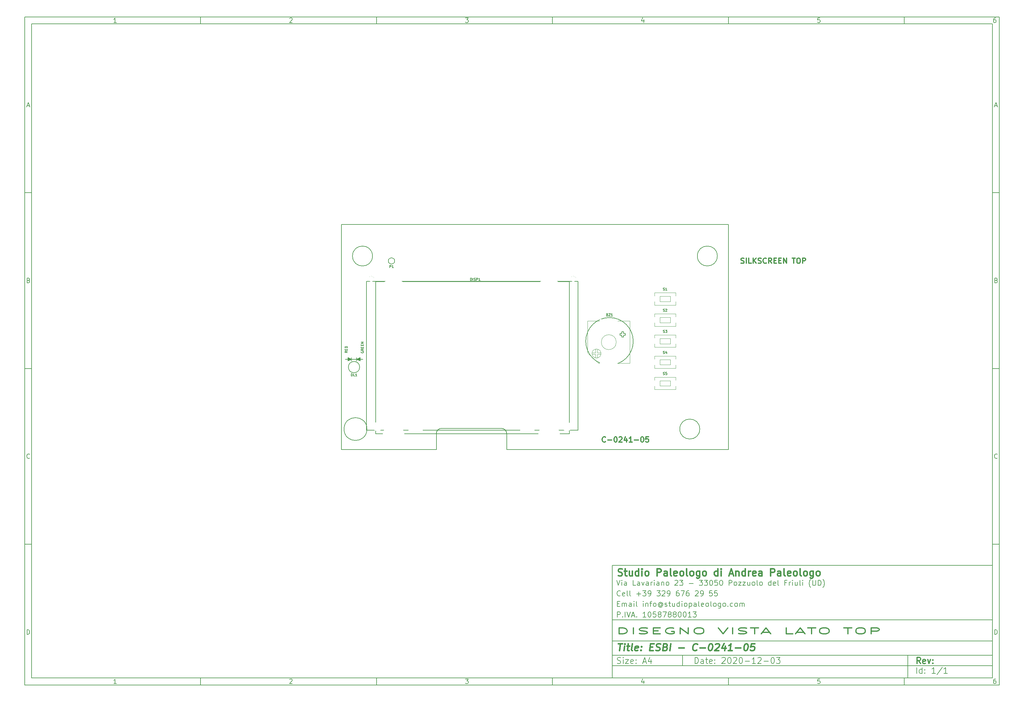
<source format=gto>
G04 #@! TF.GenerationSoftware,KiCad,Pcbnew,(5.1.7)-1*
G04 #@! TF.CreationDate,2020-12-03T10:55:37+01:00*
G04 #@! TF.ProjectId,C-0241-05,432d3032-3431-42d3-9035-2e6b69636164,rev?*
G04 #@! TF.SameCoordinates,PX5f5e100PY7ed6b40*
G04 #@! TF.FileFunction,Legend,Top*
G04 #@! TF.FilePolarity,Positive*
%FSLAX46Y46*%
G04 Gerber Fmt 4.6, Leading zero omitted, Abs format (unit mm)*
G04 Created by KiCad (PCBNEW (5.1.7)-1) date 2020-12-03 10:55:37*
%MOMM*%
%LPD*%
G01*
G04 APERTURE LIST*
%ADD10C,0.100000*%
%ADD11C,0.150000*%
%ADD12C,0.340000*%
%ADD13C,0.400000*%
%ADD14C,0.300000*%
G04 #@! TA.AperFunction,Profile*
%ADD15C,0.150000*%
G04 #@! TD*
%ADD16C,2.602000*%
%ADD17C,1.602000*%
%ADD18O,4.102000X2.102000*%
%ADD19O,6.102000X3.102000*%
%ADD20C,3.000000*%
%ADD21C,6.102000*%
%ADD22C,5.302000*%
%ADD23C,5.102000*%
%ADD24C,1.672000*%
%ADD25C,1.802000*%
%ADD26O,1.702000X1.702000*%
%ADD27O,1.802000X1.802000*%
%ADD28C,1.302000*%
%ADD29O,1.202000X1.702000*%
%ADD30C,1.102000*%
%ADD31O,0.902000X1.102000*%
%ADD32O,1.602000X2.102000*%
G04 APERTURE END LIST*
D10*
D11*
X77002200Y-33007200D02*
X77002200Y-65007200D01*
X185002200Y-65007200D01*
X185002200Y-33007200D01*
X77002200Y-33007200D01*
D10*
D11*
X-90000000Y123000000D02*
X-90000000Y-67007200D01*
X187002200Y-67007200D01*
X187002200Y123000000D01*
X-90000000Y123000000D01*
D10*
D11*
X-88000000Y121000000D02*
X-88000000Y-65007200D01*
X185002200Y-65007200D01*
X185002200Y121000000D01*
X-88000000Y121000000D01*
D10*
D11*
X-40000000Y121000000D02*
X-40000000Y123000000D01*
D10*
D11*
X10000000Y121000000D02*
X10000000Y123000000D01*
D10*
D11*
X60000000Y121000000D02*
X60000000Y123000000D01*
D10*
D11*
X110000000Y121000000D02*
X110000000Y123000000D01*
D10*
D11*
X160000000Y121000000D02*
X160000000Y123000000D01*
D10*
D11*
X-63934524Y121411905D02*
X-64677381Y121411905D01*
X-64305953Y121411905D02*
X-64305953Y122711905D01*
X-64429762Y122526191D01*
X-64553572Y122402381D01*
X-64677381Y122340477D01*
D10*
D11*
X-14677381Y122588096D02*
X-14615477Y122650000D01*
X-14491667Y122711905D01*
X-14182143Y122711905D01*
X-14058334Y122650000D01*
X-13996429Y122588096D01*
X-13934524Y122464286D01*
X-13934524Y122340477D01*
X-13996429Y122154762D01*
X-14739286Y121411905D01*
X-13934524Y121411905D01*
D10*
D11*
X35260714Y122711905D02*
X36065476Y122711905D01*
X35632142Y122216667D01*
X35817857Y122216667D01*
X35941666Y122154762D01*
X36003571Y122092858D01*
X36065476Y121969048D01*
X36065476Y121659524D01*
X36003571Y121535715D01*
X35941666Y121473810D01*
X35817857Y121411905D01*
X35446428Y121411905D01*
X35322619Y121473810D01*
X35260714Y121535715D01*
D10*
D11*
X85941666Y122278572D02*
X85941666Y121411905D01*
X85632142Y122773810D02*
X85322619Y121845239D01*
X86127380Y121845239D01*
D10*
D11*
X136003571Y122711905D02*
X135384523Y122711905D01*
X135322619Y122092858D01*
X135384523Y122154762D01*
X135508333Y122216667D01*
X135817857Y122216667D01*
X135941666Y122154762D01*
X136003571Y122092858D01*
X136065476Y121969048D01*
X136065476Y121659524D01*
X136003571Y121535715D01*
X135941666Y121473810D01*
X135817857Y121411905D01*
X135508333Y121411905D01*
X135384523Y121473810D01*
X135322619Y121535715D01*
D10*
D11*
X185941666Y122711905D02*
X185694047Y122711905D01*
X185570238Y122650000D01*
X185508333Y122588096D01*
X185384523Y122402381D01*
X185322619Y122154762D01*
X185322619Y121659524D01*
X185384523Y121535715D01*
X185446428Y121473810D01*
X185570238Y121411905D01*
X185817857Y121411905D01*
X185941666Y121473810D01*
X186003571Y121535715D01*
X186065476Y121659524D01*
X186065476Y121969048D01*
X186003571Y122092858D01*
X185941666Y122154762D01*
X185817857Y122216667D01*
X185570238Y122216667D01*
X185446428Y122154762D01*
X185384523Y122092858D01*
X185322619Y121969048D01*
D10*
D11*
X-40000000Y-65007200D02*
X-40000000Y-67007200D01*
D10*
D11*
X10000000Y-65007200D02*
X10000000Y-67007200D01*
D10*
D11*
X60000000Y-65007200D02*
X60000000Y-67007200D01*
D10*
D11*
X110000000Y-65007200D02*
X110000000Y-67007200D01*
D10*
D11*
X160000000Y-65007200D02*
X160000000Y-67007200D01*
D10*
D11*
X-63934524Y-66595295D02*
X-64677381Y-66595295D01*
X-64305953Y-66595295D02*
X-64305953Y-65295295D01*
X-64429762Y-65481009D01*
X-64553572Y-65604819D01*
X-64677381Y-65666723D01*
D10*
D11*
X-14677381Y-65419104D02*
X-14615477Y-65357200D01*
X-14491667Y-65295295D01*
X-14182143Y-65295295D01*
X-14058334Y-65357200D01*
X-13996429Y-65419104D01*
X-13934524Y-65542914D01*
X-13934524Y-65666723D01*
X-13996429Y-65852438D01*
X-14739286Y-66595295D01*
X-13934524Y-66595295D01*
D10*
D11*
X35260714Y-65295295D02*
X36065476Y-65295295D01*
X35632142Y-65790533D01*
X35817857Y-65790533D01*
X35941666Y-65852438D01*
X36003571Y-65914342D01*
X36065476Y-66038152D01*
X36065476Y-66347676D01*
X36003571Y-66471485D01*
X35941666Y-66533390D01*
X35817857Y-66595295D01*
X35446428Y-66595295D01*
X35322619Y-66533390D01*
X35260714Y-66471485D01*
D10*
D11*
X85941666Y-65728628D02*
X85941666Y-66595295D01*
X85632142Y-65233390D02*
X85322619Y-66161961D01*
X86127380Y-66161961D01*
D10*
D11*
X136003571Y-65295295D02*
X135384523Y-65295295D01*
X135322619Y-65914342D01*
X135384523Y-65852438D01*
X135508333Y-65790533D01*
X135817857Y-65790533D01*
X135941666Y-65852438D01*
X136003571Y-65914342D01*
X136065476Y-66038152D01*
X136065476Y-66347676D01*
X136003571Y-66471485D01*
X135941666Y-66533390D01*
X135817857Y-66595295D01*
X135508333Y-66595295D01*
X135384523Y-66533390D01*
X135322619Y-66471485D01*
D10*
D11*
X185941666Y-65295295D02*
X185694047Y-65295295D01*
X185570238Y-65357200D01*
X185508333Y-65419104D01*
X185384523Y-65604819D01*
X185322619Y-65852438D01*
X185322619Y-66347676D01*
X185384523Y-66471485D01*
X185446428Y-66533390D01*
X185570238Y-66595295D01*
X185817857Y-66595295D01*
X185941666Y-66533390D01*
X186003571Y-66471485D01*
X186065476Y-66347676D01*
X186065476Y-66038152D01*
X186003571Y-65914342D01*
X185941666Y-65852438D01*
X185817857Y-65790533D01*
X185570238Y-65790533D01*
X185446428Y-65852438D01*
X185384523Y-65914342D01*
X185322619Y-66038152D01*
D10*
D11*
X-90000000Y73000000D02*
X-88000000Y73000000D01*
D10*
D11*
X-90000000Y23000000D02*
X-88000000Y23000000D01*
D10*
D11*
X-90000000Y-27000000D02*
X-88000000Y-27000000D01*
D10*
D11*
X-89309524Y97783334D02*
X-88690477Y97783334D01*
X-89433334Y97411905D02*
X-89000000Y98711905D01*
X-88566667Y97411905D01*
D10*
D11*
X-88907143Y48092858D02*
X-88721429Y48030953D01*
X-88659524Y47969048D01*
X-88597620Y47845239D01*
X-88597620Y47659524D01*
X-88659524Y47535715D01*
X-88721429Y47473810D01*
X-88845239Y47411905D01*
X-89340477Y47411905D01*
X-89340477Y48711905D01*
X-88907143Y48711905D01*
X-88783334Y48650000D01*
X-88721429Y48588096D01*
X-88659524Y48464286D01*
X-88659524Y48340477D01*
X-88721429Y48216667D01*
X-88783334Y48154762D01*
X-88907143Y48092858D01*
X-89340477Y48092858D01*
D10*
D11*
X-88597620Y-2464285D02*
X-88659524Y-2526190D01*
X-88845239Y-2588095D01*
X-88969048Y-2588095D01*
X-89154762Y-2526190D01*
X-89278572Y-2402380D01*
X-89340477Y-2278571D01*
X-89402381Y-2030952D01*
X-89402381Y-1845238D01*
X-89340477Y-1597619D01*
X-89278572Y-1473809D01*
X-89154762Y-1350000D01*
X-88969048Y-1288095D01*
X-88845239Y-1288095D01*
X-88659524Y-1350000D01*
X-88597620Y-1411904D01*
D10*
D11*
X-89340477Y-52588095D02*
X-89340477Y-51288095D01*
X-89030953Y-51288095D01*
X-88845239Y-51350000D01*
X-88721429Y-51473809D01*
X-88659524Y-51597619D01*
X-88597620Y-51845238D01*
X-88597620Y-52030952D01*
X-88659524Y-52278571D01*
X-88721429Y-52402380D01*
X-88845239Y-52526190D01*
X-89030953Y-52588095D01*
X-89340477Y-52588095D01*
D10*
D11*
X187002200Y73000000D02*
X185002200Y73000000D01*
D10*
D11*
X187002200Y23000000D02*
X185002200Y23000000D01*
D10*
D11*
X187002200Y-27000000D02*
X185002200Y-27000000D01*
D10*
D11*
X185692676Y97783334D02*
X186311723Y97783334D01*
X185568866Y97411905D02*
X186002200Y98711905D01*
X186435533Y97411905D01*
D10*
D11*
X186095057Y48092858D02*
X186280771Y48030953D01*
X186342676Y47969048D01*
X186404580Y47845239D01*
X186404580Y47659524D01*
X186342676Y47535715D01*
X186280771Y47473810D01*
X186156961Y47411905D01*
X185661723Y47411905D01*
X185661723Y48711905D01*
X186095057Y48711905D01*
X186218866Y48650000D01*
X186280771Y48588096D01*
X186342676Y48464286D01*
X186342676Y48340477D01*
X186280771Y48216667D01*
X186218866Y48154762D01*
X186095057Y48092858D01*
X185661723Y48092858D01*
D10*
D11*
X186404580Y-2464285D02*
X186342676Y-2526190D01*
X186156961Y-2588095D01*
X186033152Y-2588095D01*
X185847438Y-2526190D01*
X185723628Y-2402380D01*
X185661723Y-2278571D01*
X185599819Y-2030952D01*
X185599819Y-1845238D01*
X185661723Y-1597619D01*
X185723628Y-1473809D01*
X185847438Y-1350000D01*
X186033152Y-1288095D01*
X186156961Y-1288095D01*
X186342676Y-1350000D01*
X186404580Y-1411904D01*
D10*
D11*
X185661723Y-52588095D02*
X185661723Y-51288095D01*
X185971247Y-51288095D01*
X186156961Y-51350000D01*
X186280771Y-51473809D01*
X186342676Y-51597619D01*
X186404580Y-51845238D01*
X186404580Y-52030952D01*
X186342676Y-52278571D01*
X186280771Y-52402380D01*
X186156961Y-52526190D01*
X185971247Y-52588095D01*
X185661723Y-52588095D01*
D10*
D11*
X100481961Y-60876247D02*
X100481961Y-59176247D01*
X100886723Y-59176247D01*
X101129580Y-59257200D01*
X101291485Y-59419104D01*
X101372438Y-59581009D01*
X101453390Y-59904819D01*
X101453390Y-60147676D01*
X101372438Y-60471485D01*
X101291485Y-60633390D01*
X101129580Y-60795295D01*
X100886723Y-60876247D01*
X100481961Y-60876247D01*
X102910533Y-60876247D02*
X102910533Y-59985771D01*
X102829580Y-59823866D01*
X102667676Y-59742914D01*
X102343866Y-59742914D01*
X102181961Y-59823866D01*
X102910533Y-60795295D02*
X102748628Y-60876247D01*
X102343866Y-60876247D01*
X102181961Y-60795295D01*
X102101009Y-60633390D01*
X102101009Y-60471485D01*
X102181961Y-60309580D01*
X102343866Y-60228628D01*
X102748628Y-60228628D01*
X102910533Y-60147676D01*
X103477200Y-59742914D02*
X104124819Y-59742914D01*
X103720057Y-59176247D02*
X103720057Y-60633390D01*
X103801009Y-60795295D01*
X103962914Y-60876247D01*
X104124819Y-60876247D01*
X105339104Y-60795295D02*
X105177200Y-60876247D01*
X104853390Y-60876247D01*
X104691485Y-60795295D01*
X104610533Y-60633390D01*
X104610533Y-59985771D01*
X104691485Y-59823866D01*
X104853390Y-59742914D01*
X105177200Y-59742914D01*
X105339104Y-59823866D01*
X105420057Y-59985771D01*
X105420057Y-60147676D01*
X104610533Y-60309580D01*
X106148628Y-60714342D02*
X106229580Y-60795295D01*
X106148628Y-60876247D01*
X106067676Y-60795295D01*
X106148628Y-60714342D01*
X106148628Y-60876247D01*
X106148628Y-59823866D02*
X106229580Y-59904819D01*
X106148628Y-59985771D01*
X106067676Y-59904819D01*
X106148628Y-59823866D01*
X106148628Y-59985771D01*
X108172438Y-59338152D02*
X108253390Y-59257200D01*
X108415295Y-59176247D01*
X108820057Y-59176247D01*
X108981961Y-59257200D01*
X109062914Y-59338152D01*
X109143866Y-59500057D01*
X109143866Y-59661961D01*
X109062914Y-59904819D01*
X108091485Y-60876247D01*
X109143866Y-60876247D01*
X110196247Y-59176247D02*
X110358152Y-59176247D01*
X110520057Y-59257200D01*
X110601009Y-59338152D01*
X110681961Y-59500057D01*
X110762914Y-59823866D01*
X110762914Y-60228628D01*
X110681961Y-60552438D01*
X110601009Y-60714342D01*
X110520057Y-60795295D01*
X110358152Y-60876247D01*
X110196247Y-60876247D01*
X110034342Y-60795295D01*
X109953390Y-60714342D01*
X109872438Y-60552438D01*
X109791485Y-60228628D01*
X109791485Y-59823866D01*
X109872438Y-59500057D01*
X109953390Y-59338152D01*
X110034342Y-59257200D01*
X110196247Y-59176247D01*
X111410533Y-59338152D02*
X111491485Y-59257200D01*
X111653390Y-59176247D01*
X112058152Y-59176247D01*
X112220057Y-59257200D01*
X112301009Y-59338152D01*
X112381961Y-59500057D01*
X112381961Y-59661961D01*
X112301009Y-59904819D01*
X111329580Y-60876247D01*
X112381961Y-60876247D01*
X113434342Y-59176247D02*
X113596247Y-59176247D01*
X113758152Y-59257200D01*
X113839104Y-59338152D01*
X113920057Y-59500057D01*
X114001009Y-59823866D01*
X114001009Y-60228628D01*
X113920057Y-60552438D01*
X113839104Y-60714342D01*
X113758152Y-60795295D01*
X113596247Y-60876247D01*
X113434342Y-60876247D01*
X113272438Y-60795295D01*
X113191485Y-60714342D01*
X113110533Y-60552438D01*
X113029580Y-60228628D01*
X113029580Y-59823866D01*
X113110533Y-59500057D01*
X113191485Y-59338152D01*
X113272438Y-59257200D01*
X113434342Y-59176247D01*
X114729580Y-60228628D02*
X116024819Y-60228628D01*
X117724819Y-60876247D02*
X116753390Y-60876247D01*
X117239104Y-60876247D02*
X117239104Y-59176247D01*
X117077200Y-59419104D01*
X116915295Y-59581009D01*
X116753390Y-59661961D01*
X118372438Y-59338152D02*
X118453390Y-59257200D01*
X118615295Y-59176247D01*
X119020057Y-59176247D01*
X119181961Y-59257200D01*
X119262914Y-59338152D01*
X119343866Y-59500057D01*
X119343866Y-59661961D01*
X119262914Y-59904819D01*
X118291485Y-60876247D01*
X119343866Y-60876247D01*
X120072438Y-60228628D02*
X121367676Y-60228628D01*
X122501009Y-59176247D02*
X122662914Y-59176247D01*
X122824819Y-59257200D01*
X122905771Y-59338152D01*
X122986723Y-59500057D01*
X123067676Y-59823866D01*
X123067676Y-60228628D01*
X122986723Y-60552438D01*
X122905771Y-60714342D01*
X122824819Y-60795295D01*
X122662914Y-60876247D01*
X122501009Y-60876247D01*
X122339104Y-60795295D01*
X122258152Y-60714342D01*
X122177200Y-60552438D01*
X122096247Y-60228628D01*
X122096247Y-59823866D01*
X122177200Y-59500057D01*
X122258152Y-59338152D01*
X122339104Y-59257200D01*
X122501009Y-59176247D01*
X123634342Y-59176247D02*
X124686723Y-59176247D01*
X124120057Y-59823866D01*
X124362914Y-59823866D01*
X124524819Y-59904819D01*
X124605771Y-59985771D01*
X124686723Y-60147676D01*
X124686723Y-60552438D01*
X124605771Y-60714342D01*
X124524819Y-60795295D01*
X124362914Y-60876247D01*
X123877200Y-60876247D01*
X123715295Y-60795295D01*
X123634342Y-60714342D01*
D10*
D11*
X77002200Y-61507200D02*
X185002200Y-61507200D01*
D10*
D11*
X77002200Y-58507200D02*
X185002200Y-58507200D01*
D10*
D12*
X164599390Y-60876247D02*
X164032723Y-60066723D01*
X163627961Y-60876247D02*
X163627961Y-59176247D01*
X164275580Y-59176247D01*
X164437485Y-59257200D01*
X164518438Y-59338152D01*
X164599390Y-59500057D01*
X164599390Y-59742914D01*
X164518438Y-59904819D01*
X164437485Y-59985771D01*
X164275580Y-60066723D01*
X163627961Y-60066723D01*
X165975580Y-60795295D02*
X165813676Y-60876247D01*
X165489866Y-60876247D01*
X165327961Y-60795295D01*
X165247009Y-60633390D01*
X165247009Y-59985771D01*
X165327961Y-59823866D01*
X165489866Y-59742914D01*
X165813676Y-59742914D01*
X165975580Y-59823866D01*
X166056533Y-59985771D01*
X166056533Y-60147676D01*
X165247009Y-60309580D01*
X166623200Y-59742914D02*
X167027961Y-60876247D01*
X167432723Y-59742914D01*
X168080342Y-60714342D02*
X168161295Y-60795295D01*
X168080342Y-60876247D01*
X167999390Y-60795295D01*
X168080342Y-60714342D01*
X168080342Y-60876247D01*
X168080342Y-59823866D02*
X168161295Y-59904819D01*
X168080342Y-59985771D01*
X167999390Y-59904819D01*
X168080342Y-59823866D01*
X168080342Y-59985771D01*
D10*
D11*
X78401009Y-60795295D02*
X78643866Y-60876247D01*
X79048628Y-60876247D01*
X79210533Y-60795295D01*
X79291485Y-60714342D01*
X79372438Y-60552438D01*
X79372438Y-60390533D01*
X79291485Y-60228628D01*
X79210533Y-60147676D01*
X79048628Y-60066723D01*
X78724819Y-59985771D01*
X78562914Y-59904819D01*
X78481961Y-59823866D01*
X78401009Y-59661961D01*
X78401009Y-59500057D01*
X78481961Y-59338152D01*
X78562914Y-59257200D01*
X78724819Y-59176247D01*
X79129580Y-59176247D01*
X79372438Y-59257200D01*
X80101009Y-60876247D02*
X80101009Y-59742914D01*
X80101009Y-59176247D02*
X80020057Y-59257200D01*
X80101009Y-59338152D01*
X80181961Y-59257200D01*
X80101009Y-59176247D01*
X80101009Y-59338152D01*
X80748628Y-59742914D02*
X81639104Y-59742914D01*
X80748628Y-60876247D01*
X81639104Y-60876247D01*
X82934342Y-60795295D02*
X82772438Y-60876247D01*
X82448628Y-60876247D01*
X82286723Y-60795295D01*
X82205771Y-60633390D01*
X82205771Y-59985771D01*
X82286723Y-59823866D01*
X82448628Y-59742914D01*
X82772438Y-59742914D01*
X82934342Y-59823866D01*
X83015295Y-59985771D01*
X83015295Y-60147676D01*
X82205771Y-60309580D01*
X83743866Y-60714342D02*
X83824819Y-60795295D01*
X83743866Y-60876247D01*
X83662914Y-60795295D01*
X83743866Y-60714342D01*
X83743866Y-60876247D01*
X83743866Y-59823866D02*
X83824819Y-59904819D01*
X83743866Y-59985771D01*
X83662914Y-59904819D01*
X83743866Y-59823866D01*
X83743866Y-59985771D01*
X85767676Y-60390533D02*
X86577200Y-60390533D01*
X85605771Y-60876247D02*
X86172438Y-59176247D01*
X86739104Y-60876247D01*
X88034342Y-59742914D02*
X88034342Y-60876247D01*
X87629580Y-59095295D02*
X87224819Y-60309580D01*
X88277200Y-60309580D01*
D10*
D11*
X163481961Y-63676247D02*
X163481961Y-61976247D01*
X165020057Y-63676247D02*
X165020057Y-61976247D01*
X165020057Y-63595295D02*
X164858152Y-63676247D01*
X164534342Y-63676247D01*
X164372438Y-63595295D01*
X164291485Y-63514342D01*
X164210533Y-63352438D01*
X164210533Y-62866723D01*
X164291485Y-62704819D01*
X164372438Y-62623866D01*
X164534342Y-62542914D01*
X164858152Y-62542914D01*
X165020057Y-62623866D01*
X165829580Y-63514342D02*
X165910533Y-63595295D01*
X165829580Y-63676247D01*
X165748628Y-63595295D01*
X165829580Y-63514342D01*
X165829580Y-63676247D01*
X165829580Y-62623866D02*
X165910533Y-62704819D01*
X165829580Y-62785771D01*
X165748628Y-62704819D01*
X165829580Y-62623866D01*
X165829580Y-62785771D01*
X168824819Y-63676247D02*
X167853390Y-63676247D01*
X168339104Y-63676247D02*
X168339104Y-61976247D01*
X168177200Y-62219104D01*
X168015295Y-62381009D01*
X167853390Y-62461961D01*
X170767676Y-61895295D02*
X169310533Y-64081009D01*
X172224819Y-63676247D02*
X171253390Y-63676247D01*
X171739104Y-63676247D02*
X171739104Y-61976247D01*
X171577200Y-62219104D01*
X171415295Y-62381009D01*
X171253390Y-62461961D01*
D10*
D11*
X77002200Y-54507200D02*
X185002200Y-54507200D01*
D10*
D13*
X78714580Y-55211961D02*
X79857438Y-55211961D01*
X79036009Y-57211961D02*
X79286009Y-55211961D01*
X80274104Y-57211961D02*
X80440771Y-55878628D01*
X80524104Y-55211961D02*
X80416961Y-55307200D01*
X80500295Y-55402438D01*
X80607438Y-55307200D01*
X80524104Y-55211961D01*
X80500295Y-55402438D01*
X81107438Y-55878628D02*
X81869342Y-55878628D01*
X81476485Y-55211961D02*
X81262200Y-56926247D01*
X81333628Y-57116723D01*
X81512200Y-57211961D01*
X81702676Y-57211961D01*
X82655057Y-57211961D02*
X82476485Y-57116723D01*
X82405057Y-56926247D01*
X82619342Y-55211961D01*
X84190771Y-57116723D02*
X83988390Y-57211961D01*
X83607438Y-57211961D01*
X83428866Y-57116723D01*
X83357438Y-56926247D01*
X83452676Y-56164342D01*
X83571723Y-55973866D01*
X83774104Y-55878628D01*
X84155057Y-55878628D01*
X84333628Y-55973866D01*
X84405057Y-56164342D01*
X84381247Y-56354819D01*
X83405057Y-56545295D01*
X85155057Y-57021485D02*
X85238390Y-57116723D01*
X85131247Y-57211961D01*
X85047914Y-57116723D01*
X85155057Y-57021485D01*
X85131247Y-57211961D01*
X85286009Y-55973866D02*
X85369342Y-56069104D01*
X85262200Y-56164342D01*
X85178866Y-56069104D01*
X85286009Y-55973866D01*
X85262200Y-56164342D01*
X87738390Y-56164342D02*
X88405057Y-56164342D01*
X88559819Y-57211961D02*
X87607438Y-57211961D01*
X87857438Y-55211961D01*
X88809819Y-55211961D01*
X89333628Y-57116723D02*
X89607438Y-57211961D01*
X90083628Y-57211961D01*
X90286009Y-57116723D01*
X90393152Y-57021485D01*
X90512200Y-56831009D01*
X90536009Y-56640533D01*
X90464580Y-56450057D01*
X90381247Y-56354819D01*
X90202676Y-56259580D01*
X89833628Y-56164342D01*
X89655057Y-56069104D01*
X89571723Y-55973866D01*
X89500295Y-55783390D01*
X89524104Y-55592914D01*
X89643152Y-55402438D01*
X89750295Y-55307200D01*
X89952676Y-55211961D01*
X90428866Y-55211961D01*
X90702676Y-55307200D01*
X92119342Y-56164342D02*
X92393152Y-56259580D01*
X92476485Y-56354819D01*
X92547914Y-56545295D01*
X92512200Y-56831009D01*
X92393152Y-57021485D01*
X92286009Y-57116723D01*
X92083628Y-57211961D01*
X91321723Y-57211961D01*
X91571723Y-55211961D01*
X92238390Y-55211961D01*
X92416961Y-55307200D01*
X92500295Y-55402438D01*
X92571723Y-55592914D01*
X92547914Y-55783390D01*
X92428866Y-55973866D01*
X92321723Y-56069104D01*
X92119342Y-56164342D01*
X91452676Y-56164342D01*
X93321723Y-57211961D02*
X93571723Y-55211961D01*
X95893152Y-56450057D02*
X97416961Y-56450057D01*
X100964580Y-57021485D02*
X100857438Y-57116723D01*
X100559819Y-57211961D01*
X100369342Y-57211961D01*
X100095533Y-57116723D01*
X99928866Y-56926247D01*
X99857438Y-56735771D01*
X99809819Y-56354819D01*
X99845533Y-56069104D01*
X99988390Y-55688152D01*
X100107438Y-55497676D01*
X100321723Y-55307200D01*
X100619342Y-55211961D01*
X100809819Y-55211961D01*
X101083628Y-55307200D01*
X101166961Y-55402438D01*
X101893152Y-56450057D02*
X103416961Y-56450057D01*
X104905057Y-55211961D02*
X105095533Y-55211961D01*
X105274104Y-55307200D01*
X105357438Y-55402438D01*
X105428866Y-55592914D01*
X105476485Y-55973866D01*
X105416961Y-56450057D01*
X105274104Y-56831009D01*
X105155057Y-57021485D01*
X105047914Y-57116723D01*
X104845533Y-57211961D01*
X104655057Y-57211961D01*
X104476485Y-57116723D01*
X104393152Y-57021485D01*
X104321723Y-56831009D01*
X104274104Y-56450057D01*
X104333628Y-55973866D01*
X104476485Y-55592914D01*
X104595533Y-55402438D01*
X104702676Y-55307200D01*
X104905057Y-55211961D01*
X106309819Y-55402438D02*
X106416961Y-55307200D01*
X106619342Y-55211961D01*
X107095533Y-55211961D01*
X107274104Y-55307200D01*
X107357438Y-55402438D01*
X107428866Y-55592914D01*
X107405057Y-55783390D01*
X107274104Y-56069104D01*
X105988390Y-57211961D01*
X107226485Y-57211961D01*
X109107438Y-55878628D02*
X108940771Y-57211961D01*
X108726485Y-55116723D02*
X108071723Y-56545295D01*
X109309819Y-56545295D01*
X111036009Y-57211961D02*
X109893152Y-57211961D01*
X110464580Y-57211961D02*
X110714580Y-55211961D01*
X110488390Y-55497676D01*
X110274104Y-55688152D01*
X110071723Y-55783390D01*
X111988390Y-56450057D02*
X113512200Y-56450057D01*
X115000295Y-55211961D02*
X115190771Y-55211961D01*
X115369342Y-55307200D01*
X115452676Y-55402438D01*
X115524104Y-55592914D01*
X115571723Y-55973866D01*
X115512200Y-56450057D01*
X115369342Y-56831009D01*
X115250295Y-57021485D01*
X115143152Y-57116723D01*
X114940771Y-57211961D01*
X114750295Y-57211961D01*
X114571723Y-57116723D01*
X114488390Y-57021485D01*
X114416961Y-56831009D01*
X114369342Y-56450057D01*
X114428866Y-55973866D01*
X114571723Y-55592914D01*
X114690771Y-55402438D01*
X114797914Y-55307200D01*
X115000295Y-55211961D01*
X117476485Y-55211961D02*
X116524104Y-55211961D01*
X116309819Y-56164342D01*
X116416961Y-56069104D01*
X116619342Y-55973866D01*
X117095533Y-55973866D01*
X117274104Y-56069104D01*
X117357438Y-56164342D01*
X117428866Y-56354819D01*
X117369342Y-56831009D01*
X117250295Y-57021485D01*
X117143152Y-57116723D01*
X116940771Y-57211961D01*
X116464580Y-57211961D01*
X116286009Y-57116723D01*
X116202676Y-57021485D01*
D10*
D11*
X77002200Y-48507200D02*
X185002200Y-48507200D01*
D10*
D11*
X78434342Y-43900057D02*
X78934342Y-43900057D01*
X79148628Y-44685771D02*
X78434342Y-44685771D01*
X78434342Y-43185771D01*
X79148628Y-43185771D01*
X79791485Y-44685771D02*
X79791485Y-43685771D01*
X79791485Y-43828628D02*
X79862914Y-43757200D01*
X80005771Y-43685771D01*
X80220057Y-43685771D01*
X80362914Y-43757200D01*
X80434342Y-43900057D01*
X80434342Y-44685771D01*
X80434342Y-43900057D02*
X80505771Y-43757200D01*
X80648628Y-43685771D01*
X80862914Y-43685771D01*
X81005771Y-43757200D01*
X81077200Y-43900057D01*
X81077200Y-44685771D01*
X82434342Y-44685771D02*
X82434342Y-43900057D01*
X82362914Y-43757200D01*
X82220057Y-43685771D01*
X81934342Y-43685771D01*
X81791485Y-43757200D01*
X82434342Y-44614342D02*
X82291485Y-44685771D01*
X81934342Y-44685771D01*
X81791485Y-44614342D01*
X81720057Y-44471485D01*
X81720057Y-44328628D01*
X81791485Y-44185771D01*
X81934342Y-44114342D01*
X82291485Y-44114342D01*
X82434342Y-44042914D01*
X83148628Y-44685771D02*
X83148628Y-43685771D01*
X83148628Y-43185771D02*
X83077200Y-43257200D01*
X83148628Y-43328628D01*
X83220057Y-43257200D01*
X83148628Y-43185771D01*
X83148628Y-43328628D01*
X84077200Y-44685771D02*
X83934342Y-44614342D01*
X83862914Y-44471485D01*
X83862914Y-43185771D01*
X85791485Y-44685771D02*
X85791485Y-43685771D01*
X85791485Y-43185771D02*
X85720057Y-43257200D01*
X85791485Y-43328628D01*
X85862914Y-43257200D01*
X85791485Y-43185771D01*
X85791485Y-43328628D01*
X86505771Y-43685771D02*
X86505771Y-44685771D01*
X86505771Y-43828628D02*
X86577200Y-43757200D01*
X86720057Y-43685771D01*
X86934342Y-43685771D01*
X87077200Y-43757200D01*
X87148628Y-43900057D01*
X87148628Y-44685771D01*
X87648628Y-43685771D02*
X88220057Y-43685771D01*
X87862914Y-44685771D02*
X87862914Y-43400057D01*
X87934342Y-43257200D01*
X88077200Y-43185771D01*
X88220057Y-43185771D01*
X88934342Y-44685771D02*
X88791485Y-44614342D01*
X88720057Y-44542914D01*
X88648628Y-44400057D01*
X88648628Y-43971485D01*
X88720057Y-43828628D01*
X88791485Y-43757200D01*
X88934342Y-43685771D01*
X89148628Y-43685771D01*
X89291485Y-43757200D01*
X89362914Y-43828628D01*
X89434342Y-43971485D01*
X89434342Y-44400057D01*
X89362914Y-44542914D01*
X89291485Y-44614342D01*
X89148628Y-44685771D01*
X88934342Y-44685771D01*
X91005771Y-43971485D02*
X90934342Y-43900057D01*
X90791485Y-43828628D01*
X90648628Y-43828628D01*
X90505771Y-43900057D01*
X90434342Y-43971485D01*
X90362914Y-44114342D01*
X90362914Y-44257200D01*
X90434342Y-44400057D01*
X90505771Y-44471485D01*
X90648628Y-44542914D01*
X90791485Y-44542914D01*
X90934342Y-44471485D01*
X91005771Y-44400057D01*
X91005771Y-43828628D02*
X91005771Y-44400057D01*
X91077200Y-44471485D01*
X91148628Y-44471485D01*
X91291485Y-44400057D01*
X91362914Y-44257200D01*
X91362914Y-43900057D01*
X91220057Y-43685771D01*
X91005771Y-43542914D01*
X90720057Y-43471485D01*
X90434342Y-43542914D01*
X90220057Y-43685771D01*
X90077200Y-43900057D01*
X90005771Y-44185771D01*
X90077200Y-44471485D01*
X90220057Y-44685771D01*
X90434342Y-44828628D01*
X90720057Y-44900057D01*
X91005771Y-44828628D01*
X91220057Y-44685771D01*
X91934342Y-44614342D02*
X92077200Y-44685771D01*
X92362914Y-44685771D01*
X92505771Y-44614342D01*
X92577200Y-44471485D01*
X92577200Y-44400057D01*
X92505771Y-44257200D01*
X92362914Y-44185771D01*
X92148628Y-44185771D01*
X92005771Y-44114342D01*
X91934342Y-43971485D01*
X91934342Y-43900057D01*
X92005771Y-43757200D01*
X92148628Y-43685771D01*
X92362914Y-43685771D01*
X92505771Y-43757200D01*
X93005771Y-43685771D02*
X93577200Y-43685771D01*
X93220057Y-43185771D02*
X93220057Y-44471485D01*
X93291485Y-44614342D01*
X93434342Y-44685771D01*
X93577200Y-44685771D01*
X94720057Y-43685771D02*
X94720057Y-44685771D01*
X94077200Y-43685771D02*
X94077200Y-44471485D01*
X94148628Y-44614342D01*
X94291485Y-44685771D01*
X94505771Y-44685771D01*
X94648628Y-44614342D01*
X94720057Y-44542914D01*
X96077200Y-44685771D02*
X96077200Y-43185771D01*
X96077200Y-44614342D02*
X95934342Y-44685771D01*
X95648628Y-44685771D01*
X95505771Y-44614342D01*
X95434342Y-44542914D01*
X95362914Y-44400057D01*
X95362914Y-43971485D01*
X95434342Y-43828628D01*
X95505771Y-43757200D01*
X95648628Y-43685771D01*
X95934342Y-43685771D01*
X96077200Y-43757200D01*
X96791485Y-44685771D02*
X96791485Y-43685771D01*
X96791485Y-43185771D02*
X96720057Y-43257200D01*
X96791485Y-43328628D01*
X96862914Y-43257200D01*
X96791485Y-43185771D01*
X96791485Y-43328628D01*
X97720057Y-44685771D02*
X97577200Y-44614342D01*
X97505771Y-44542914D01*
X97434342Y-44400057D01*
X97434342Y-43971485D01*
X97505771Y-43828628D01*
X97577200Y-43757200D01*
X97720057Y-43685771D01*
X97934342Y-43685771D01*
X98077200Y-43757200D01*
X98148628Y-43828628D01*
X98220057Y-43971485D01*
X98220057Y-44400057D01*
X98148628Y-44542914D01*
X98077200Y-44614342D01*
X97934342Y-44685771D01*
X97720057Y-44685771D01*
X98862914Y-43685771D02*
X98862914Y-45185771D01*
X98862914Y-43757200D02*
X99005771Y-43685771D01*
X99291485Y-43685771D01*
X99434342Y-43757200D01*
X99505771Y-43828628D01*
X99577200Y-43971485D01*
X99577200Y-44400057D01*
X99505771Y-44542914D01*
X99434342Y-44614342D01*
X99291485Y-44685771D01*
X99005771Y-44685771D01*
X98862914Y-44614342D01*
X100862914Y-44685771D02*
X100862914Y-43900057D01*
X100791485Y-43757200D01*
X100648628Y-43685771D01*
X100362914Y-43685771D01*
X100220057Y-43757200D01*
X100862914Y-44614342D02*
X100720057Y-44685771D01*
X100362914Y-44685771D01*
X100220057Y-44614342D01*
X100148628Y-44471485D01*
X100148628Y-44328628D01*
X100220057Y-44185771D01*
X100362914Y-44114342D01*
X100720057Y-44114342D01*
X100862914Y-44042914D01*
X101791485Y-44685771D02*
X101648628Y-44614342D01*
X101577200Y-44471485D01*
X101577200Y-43185771D01*
X102934342Y-44614342D02*
X102791485Y-44685771D01*
X102505771Y-44685771D01*
X102362914Y-44614342D01*
X102291485Y-44471485D01*
X102291485Y-43900057D01*
X102362914Y-43757200D01*
X102505771Y-43685771D01*
X102791485Y-43685771D01*
X102934342Y-43757200D01*
X103005771Y-43900057D01*
X103005771Y-44042914D01*
X102291485Y-44185771D01*
X103862914Y-44685771D02*
X103720057Y-44614342D01*
X103648628Y-44542914D01*
X103577200Y-44400057D01*
X103577200Y-43971485D01*
X103648628Y-43828628D01*
X103720057Y-43757200D01*
X103862914Y-43685771D01*
X104077200Y-43685771D01*
X104220057Y-43757200D01*
X104291485Y-43828628D01*
X104362914Y-43971485D01*
X104362914Y-44400057D01*
X104291485Y-44542914D01*
X104220057Y-44614342D01*
X104077200Y-44685771D01*
X103862914Y-44685771D01*
X105220057Y-44685771D02*
X105077200Y-44614342D01*
X105005771Y-44471485D01*
X105005771Y-43185771D01*
X106005771Y-44685771D02*
X105862914Y-44614342D01*
X105791485Y-44542914D01*
X105720057Y-44400057D01*
X105720057Y-43971485D01*
X105791485Y-43828628D01*
X105862914Y-43757200D01*
X106005771Y-43685771D01*
X106220057Y-43685771D01*
X106362914Y-43757200D01*
X106434342Y-43828628D01*
X106505771Y-43971485D01*
X106505771Y-44400057D01*
X106434342Y-44542914D01*
X106362914Y-44614342D01*
X106220057Y-44685771D01*
X106005771Y-44685771D01*
X107791485Y-43685771D02*
X107791485Y-44900057D01*
X107720057Y-45042914D01*
X107648628Y-45114342D01*
X107505771Y-45185771D01*
X107291485Y-45185771D01*
X107148628Y-45114342D01*
X107791485Y-44614342D02*
X107648628Y-44685771D01*
X107362914Y-44685771D01*
X107220057Y-44614342D01*
X107148628Y-44542914D01*
X107077200Y-44400057D01*
X107077200Y-43971485D01*
X107148628Y-43828628D01*
X107220057Y-43757200D01*
X107362914Y-43685771D01*
X107648628Y-43685771D01*
X107791485Y-43757200D01*
X108720057Y-44685771D02*
X108577200Y-44614342D01*
X108505771Y-44542914D01*
X108434342Y-44400057D01*
X108434342Y-43971485D01*
X108505771Y-43828628D01*
X108577200Y-43757200D01*
X108720057Y-43685771D01*
X108934342Y-43685771D01*
X109077200Y-43757200D01*
X109148628Y-43828628D01*
X109220057Y-43971485D01*
X109220057Y-44400057D01*
X109148628Y-44542914D01*
X109077200Y-44614342D01*
X108934342Y-44685771D01*
X108720057Y-44685771D01*
X109862914Y-44542914D02*
X109934342Y-44614342D01*
X109862914Y-44685771D01*
X109791485Y-44614342D01*
X109862914Y-44542914D01*
X109862914Y-44685771D01*
X111220057Y-44614342D02*
X111077200Y-44685771D01*
X110791485Y-44685771D01*
X110648628Y-44614342D01*
X110577200Y-44542914D01*
X110505771Y-44400057D01*
X110505771Y-43971485D01*
X110577200Y-43828628D01*
X110648628Y-43757200D01*
X110791485Y-43685771D01*
X111077200Y-43685771D01*
X111220057Y-43757200D01*
X112077200Y-44685771D02*
X111934342Y-44614342D01*
X111862914Y-44542914D01*
X111791485Y-44400057D01*
X111791485Y-43971485D01*
X111862914Y-43828628D01*
X111934342Y-43757200D01*
X112077200Y-43685771D01*
X112291485Y-43685771D01*
X112434342Y-43757200D01*
X112505771Y-43828628D01*
X112577200Y-43971485D01*
X112577200Y-44400057D01*
X112505771Y-44542914D01*
X112434342Y-44614342D01*
X112291485Y-44685771D01*
X112077200Y-44685771D01*
X113220057Y-44685771D02*
X113220057Y-43685771D01*
X113220057Y-43828628D02*
X113291485Y-43757200D01*
X113434342Y-43685771D01*
X113648628Y-43685771D01*
X113791485Y-43757200D01*
X113862914Y-43900057D01*
X113862914Y-44685771D01*
X113862914Y-43900057D02*
X113934342Y-43757200D01*
X114077200Y-43685771D01*
X114291485Y-43685771D01*
X114434342Y-43757200D01*
X114505771Y-43900057D01*
X114505771Y-44685771D01*
D10*
D11*
X79291485Y-41542914D02*
X79220057Y-41614342D01*
X79005771Y-41685771D01*
X78862914Y-41685771D01*
X78648628Y-41614342D01*
X78505771Y-41471485D01*
X78434342Y-41328628D01*
X78362914Y-41042914D01*
X78362914Y-40828628D01*
X78434342Y-40542914D01*
X78505771Y-40400057D01*
X78648628Y-40257200D01*
X78862914Y-40185771D01*
X79005771Y-40185771D01*
X79220057Y-40257200D01*
X79291485Y-40328628D01*
X80505771Y-41614342D02*
X80362914Y-41685771D01*
X80077200Y-41685771D01*
X79934342Y-41614342D01*
X79862914Y-41471485D01*
X79862914Y-40900057D01*
X79934342Y-40757200D01*
X80077200Y-40685771D01*
X80362914Y-40685771D01*
X80505771Y-40757200D01*
X80577200Y-40900057D01*
X80577200Y-41042914D01*
X79862914Y-41185771D01*
X81434342Y-41685771D02*
X81291485Y-41614342D01*
X81220057Y-41471485D01*
X81220057Y-40185771D01*
X82220057Y-41685771D02*
X82077200Y-41614342D01*
X82005771Y-41471485D01*
X82005771Y-40185771D01*
X83934342Y-41114342D02*
X85077200Y-41114342D01*
X84505771Y-41685771D02*
X84505771Y-40542914D01*
X85648628Y-40185771D02*
X86577200Y-40185771D01*
X86077200Y-40757200D01*
X86291485Y-40757200D01*
X86434342Y-40828628D01*
X86505771Y-40900057D01*
X86577200Y-41042914D01*
X86577200Y-41400057D01*
X86505771Y-41542914D01*
X86434342Y-41614342D01*
X86291485Y-41685771D01*
X85862914Y-41685771D01*
X85720057Y-41614342D01*
X85648628Y-41542914D01*
X87291485Y-41685771D02*
X87577200Y-41685771D01*
X87720057Y-41614342D01*
X87791485Y-41542914D01*
X87934342Y-41328628D01*
X88005771Y-41042914D01*
X88005771Y-40471485D01*
X87934342Y-40328628D01*
X87862914Y-40257200D01*
X87720057Y-40185771D01*
X87434342Y-40185771D01*
X87291485Y-40257200D01*
X87220057Y-40328628D01*
X87148628Y-40471485D01*
X87148628Y-40828628D01*
X87220057Y-40971485D01*
X87291485Y-41042914D01*
X87434342Y-41114342D01*
X87720057Y-41114342D01*
X87862914Y-41042914D01*
X87934342Y-40971485D01*
X88005771Y-40828628D01*
X89648628Y-40185771D02*
X90577200Y-40185771D01*
X90077200Y-40757200D01*
X90291485Y-40757200D01*
X90434342Y-40828628D01*
X90505771Y-40900057D01*
X90577200Y-41042914D01*
X90577200Y-41400057D01*
X90505771Y-41542914D01*
X90434342Y-41614342D01*
X90291485Y-41685771D01*
X89862914Y-41685771D01*
X89720057Y-41614342D01*
X89648628Y-41542914D01*
X91148628Y-40328628D02*
X91220057Y-40257200D01*
X91362914Y-40185771D01*
X91720057Y-40185771D01*
X91862914Y-40257200D01*
X91934342Y-40328628D01*
X92005771Y-40471485D01*
X92005771Y-40614342D01*
X91934342Y-40828628D01*
X91077200Y-41685771D01*
X92005771Y-41685771D01*
X92720057Y-41685771D02*
X93005771Y-41685771D01*
X93148628Y-41614342D01*
X93220057Y-41542914D01*
X93362914Y-41328628D01*
X93434342Y-41042914D01*
X93434342Y-40471485D01*
X93362914Y-40328628D01*
X93291485Y-40257200D01*
X93148628Y-40185771D01*
X92862914Y-40185771D01*
X92720057Y-40257200D01*
X92648628Y-40328628D01*
X92577200Y-40471485D01*
X92577200Y-40828628D01*
X92648628Y-40971485D01*
X92720057Y-41042914D01*
X92862914Y-41114342D01*
X93148628Y-41114342D01*
X93291485Y-41042914D01*
X93362914Y-40971485D01*
X93434342Y-40828628D01*
X95862914Y-40185771D02*
X95577200Y-40185771D01*
X95434342Y-40257200D01*
X95362914Y-40328628D01*
X95220057Y-40542914D01*
X95148628Y-40828628D01*
X95148628Y-41400057D01*
X95220057Y-41542914D01*
X95291485Y-41614342D01*
X95434342Y-41685771D01*
X95720057Y-41685771D01*
X95862914Y-41614342D01*
X95934342Y-41542914D01*
X96005771Y-41400057D01*
X96005771Y-41042914D01*
X95934342Y-40900057D01*
X95862914Y-40828628D01*
X95720057Y-40757200D01*
X95434342Y-40757200D01*
X95291485Y-40828628D01*
X95220057Y-40900057D01*
X95148628Y-41042914D01*
X96505771Y-40185771D02*
X97505771Y-40185771D01*
X96862914Y-41685771D01*
X98720057Y-40185771D02*
X98434342Y-40185771D01*
X98291485Y-40257200D01*
X98220057Y-40328628D01*
X98077200Y-40542914D01*
X98005771Y-40828628D01*
X98005771Y-41400057D01*
X98077200Y-41542914D01*
X98148628Y-41614342D01*
X98291485Y-41685771D01*
X98577200Y-41685771D01*
X98720057Y-41614342D01*
X98791485Y-41542914D01*
X98862914Y-41400057D01*
X98862914Y-41042914D01*
X98791485Y-40900057D01*
X98720057Y-40828628D01*
X98577200Y-40757200D01*
X98291485Y-40757200D01*
X98148628Y-40828628D01*
X98077200Y-40900057D01*
X98005771Y-41042914D01*
X100577200Y-40328628D02*
X100648628Y-40257200D01*
X100791485Y-40185771D01*
X101148628Y-40185771D01*
X101291485Y-40257200D01*
X101362914Y-40328628D01*
X101434342Y-40471485D01*
X101434342Y-40614342D01*
X101362914Y-40828628D01*
X100505771Y-41685771D01*
X101434342Y-41685771D01*
X102148628Y-41685771D02*
X102434342Y-41685771D01*
X102577200Y-41614342D01*
X102648628Y-41542914D01*
X102791485Y-41328628D01*
X102862914Y-41042914D01*
X102862914Y-40471485D01*
X102791485Y-40328628D01*
X102720057Y-40257200D01*
X102577200Y-40185771D01*
X102291485Y-40185771D01*
X102148628Y-40257200D01*
X102077200Y-40328628D01*
X102005771Y-40471485D01*
X102005771Y-40828628D01*
X102077200Y-40971485D01*
X102148628Y-41042914D01*
X102291485Y-41114342D01*
X102577200Y-41114342D01*
X102720057Y-41042914D01*
X102791485Y-40971485D01*
X102862914Y-40828628D01*
X105362914Y-40185771D02*
X104648628Y-40185771D01*
X104577200Y-40900057D01*
X104648628Y-40828628D01*
X104791485Y-40757200D01*
X105148628Y-40757200D01*
X105291485Y-40828628D01*
X105362914Y-40900057D01*
X105434342Y-41042914D01*
X105434342Y-41400057D01*
X105362914Y-41542914D01*
X105291485Y-41614342D01*
X105148628Y-41685771D01*
X104791485Y-41685771D01*
X104648628Y-41614342D01*
X104577200Y-41542914D01*
X106791485Y-40185771D02*
X106077200Y-40185771D01*
X106005771Y-40900057D01*
X106077200Y-40828628D01*
X106220057Y-40757200D01*
X106577200Y-40757200D01*
X106720057Y-40828628D01*
X106791485Y-40900057D01*
X106862914Y-41042914D01*
X106862914Y-41400057D01*
X106791485Y-41542914D01*
X106720057Y-41614342D01*
X106577200Y-41685771D01*
X106220057Y-41685771D01*
X106077200Y-41614342D01*
X106005771Y-41542914D01*
D10*
D11*
X78220057Y-37185771D02*
X78720057Y-38685771D01*
X79220057Y-37185771D01*
X79720057Y-38685771D02*
X79720057Y-37685771D01*
X79720057Y-37185771D02*
X79648628Y-37257200D01*
X79720057Y-37328628D01*
X79791485Y-37257200D01*
X79720057Y-37185771D01*
X79720057Y-37328628D01*
X81077200Y-38685771D02*
X81077200Y-37900057D01*
X81005771Y-37757200D01*
X80862914Y-37685771D01*
X80577200Y-37685771D01*
X80434342Y-37757200D01*
X81077200Y-38614342D02*
X80934342Y-38685771D01*
X80577200Y-38685771D01*
X80434342Y-38614342D01*
X80362914Y-38471485D01*
X80362914Y-38328628D01*
X80434342Y-38185771D01*
X80577200Y-38114342D01*
X80934342Y-38114342D01*
X81077200Y-38042914D01*
X83648628Y-38685771D02*
X82934342Y-38685771D01*
X82934342Y-37185771D01*
X84791485Y-38685771D02*
X84791485Y-37900057D01*
X84720057Y-37757200D01*
X84577200Y-37685771D01*
X84291485Y-37685771D01*
X84148628Y-37757200D01*
X84791485Y-38614342D02*
X84648628Y-38685771D01*
X84291485Y-38685771D01*
X84148628Y-38614342D01*
X84077200Y-38471485D01*
X84077200Y-38328628D01*
X84148628Y-38185771D01*
X84291485Y-38114342D01*
X84648628Y-38114342D01*
X84791485Y-38042914D01*
X85362914Y-37685771D02*
X85720057Y-38685771D01*
X86077200Y-37685771D01*
X87291485Y-38685771D02*
X87291485Y-37900057D01*
X87220057Y-37757200D01*
X87077200Y-37685771D01*
X86791485Y-37685771D01*
X86648628Y-37757200D01*
X87291485Y-38614342D02*
X87148628Y-38685771D01*
X86791485Y-38685771D01*
X86648628Y-38614342D01*
X86577200Y-38471485D01*
X86577200Y-38328628D01*
X86648628Y-38185771D01*
X86791485Y-38114342D01*
X87148628Y-38114342D01*
X87291485Y-38042914D01*
X88005771Y-38685771D02*
X88005771Y-37685771D01*
X88005771Y-37971485D02*
X88077200Y-37828628D01*
X88148628Y-37757200D01*
X88291485Y-37685771D01*
X88434342Y-37685771D01*
X88934342Y-38685771D02*
X88934342Y-37685771D01*
X88934342Y-37185771D02*
X88862914Y-37257200D01*
X88934342Y-37328628D01*
X89005771Y-37257200D01*
X88934342Y-37185771D01*
X88934342Y-37328628D01*
X90291485Y-38685771D02*
X90291485Y-37900057D01*
X90220057Y-37757200D01*
X90077200Y-37685771D01*
X89791485Y-37685771D01*
X89648628Y-37757200D01*
X90291485Y-38614342D02*
X90148628Y-38685771D01*
X89791485Y-38685771D01*
X89648628Y-38614342D01*
X89577200Y-38471485D01*
X89577200Y-38328628D01*
X89648628Y-38185771D01*
X89791485Y-38114342D01*
X90148628Y-38114342D01*
X90291485Y-38042914D01*
X91005771Y-37685771D02*
X91005771Y-38685771D01*
X91005771Y-37828628D02*
X91077200Y-37757200D01*
X91220057Y-37685771D01*
X91434342Y-37685771D01*
X91577200Y-37757200D01*
X91648628Y-37900057D01*
X91648628Y-38685771D01*
X92577200Y-38685771D02*
X92434342Y-38614342D01*
X92362914Y-38542914D01*
X92291485Y-38400057D01*
X92291485Y-37971485D01*
X92362914Y-37828628D01*
X92434342Y-37757200D01*
X92577200Y-37685771D01*
X92791485Y-37685771D01*
X92934342Y-37757200D01*
X93005771Y-37828628D01*
X93077200Y-37971485D01*
X93077200Y-38400057D01*
X93005771Y-38542914D01*
X92934342Y-38614342D01*
X92791485Y-38685771D01*
X92577200Y-38685771D01*
X94791485Y-37328628D02*
X94862914Y-37257200D01*
X95005771Y-37185771D01*
X95362914Y-37185771D01*
X95505771Y-37257200D01*
X95577200Y-37328628D01*
X95648628Y-37471485D01*
X95648628Y-37614342D01*
X95577200Y-37828628D01*
X94720057Y-38685771D01*
X95648628Y-38685771D01*
X96148628Y-37185771D02*
X97077200Y-37185771D01*
X96577200Y-37757200D01*
X96791485Y-37757200D01*
X96934342Y-37828628D01*
X97005771Y-37900057D01*
X97077200Y-38042914D01*
X97077200Y-38400057D01*
X97005771Y-38542914D01*
X96934342Y-38614342D01*
X96791485Y-38685771D01*
X96362914Y-38685771D01*
X96220057Y-38614342D01*
X96148628Y-38542914D01*
X98862914Y-38114342D02*
X100005771Y-38114342D01*
X101720057Y-37185771D02*
X102648628Y-37185771D01*
X102148628Y-37757200D01*
X102362914Y-37757200D01*
X102505771Y-37828628D01*
X102577200Y-37900057D01*
X102648628Y-38042914D01*
X102648628Y-38400057D01*
X102577200Y-38542914D01*
X102505771Y-38614342D01*
X102362914Y-38685771D01*
X101934342Y-38685771D01*
X101791485Y-38614342D01*
X101720057Y-38542914D01*
X103148628Y-37185771D02*
X104077200Y-37185771D01*
X103577200Y-37757200D01*
X103791485Y-37757200D01*
X103934342Y-37828628D01*
X104005771Y-37900057D01*
X104077200Y-38042914D01*
X104077200Y-38400057D01*
X104005771Y-38542914D01*
X103934342Y-38614342D01*
X103791485Y-38685771D01*
X103362914Y-38685771D01*
X103220057Y-38614342D01*
X103148628Y-38542914D01*
X105005771Y-37185771D02*
X105148628Y-37185771D01*
X105291485Y-37257200D01*
X105362914Y-37328628D01*
X105434342Y-37471485D01*
X105505771Y-37757200D01*
X105505771Y-38114342D01*
X105434342Y-38400057D01*
X105362914Y-38542914D01*
X105291485Y-38614342D01*
X105148628Y-38685771D01*
X105005771Y-38685771D01*
X104862914Y-38614342D01*
X104791485Y-38542914D01*
X104720057Y-38400057D01*
X104648628Y-38114342D01*
X104648628Y-37757200D01*
X104720057Y-37471485D01*
X104791485Y-37328628D01*
X104862914Y-37257200D01*
X105005771Y-37185771D01*
X106862914Y-37185771D02*
X106148628Y-37185771D01*
X106077200Y-37900057D01*
X106148628Y-37828628D01*
X106291485Y-37757200D01*
X106648628Y-37757200D01*
X106791485Y-37828628D01*
X106862914Y-37900057D01*
X106934342Y-38042914D01*
X106934342Y-38400057D01*
X106862914Y-38542914D01*
X106791485Y-38614342D01*
X106648628Y-38685771D01*
X106291485Y-38685771D01*
X106148628Y-38614342D01*
X106077200Y-38542914D01*
X107862914Y-37185771D02*
X108005771Y-37185771D01*
X108148628Y-37257200D01*
X108220057Y-37328628D01*
X108291485Y-37471485D01*
X108362914Y-37757200D01*
X108362914Y-38114342D01*
X108291485Y-38400057D01*
X108220057Y-38542914D01*
X108148628Y-38614342D01*
X108005771Y-38685771D01*
X107862914Y-38685771D01*
X107720057Y-38614342D01*
X107648628Y-38542914D01*
X107577200Y-38400057D01*
X107505771Y-38114342D01*
X107505771Y-37757200D01*
X107577200Y-37471485D01*
X107648628Y-37328628D01*
X107720057Y-37257200D01*
X107862914Y-37185771D01*
X110148628Y-38685771D02*
X110148628Y-37185771D01*
X110720057Y-37185771D01*
X110862914Y-37257200D01*
X110934342Y-37328628D01*
X111005771Y-37471485D01*
X111005771Y-37685771D01*
X110934342Y-37828628D01*
X110862914Y-37900057D01*
X110720057Y-37971485D01*
X110148628Y-37971485D01*
X111862914Y-38685771D02*
X111720057Y-38614342D01*
X111648628Y-38542914D01*
X111577200Y-38400057D01*
X111577200Y-37971485D01*
X111648628Y-37828628D01*
X111720057Y-37757200D01*
X111862914Y-37685771D01*
X112077200Y-37685771D01*
X112220057Y-37757200D01*
X112291485Y-37828628D01*
X112362914Y-37971485D01*
X112362914Y-38400057D01*
X112291485Y-38542914D01*
X112220057Y-38614342D01*
X112077200Y-38685771D01*
X111862914Y-38685771D01*
X112862914Y-37685771D02*
X113648628Y-37685771D01*
X112862914Y-38685771D01*
X113648628Y-38685771D01*
X114077200Y-37685771D02*
X114862914Y-37685771D01*
X114077200Y-38685771D01*
X114862914Y-38685771D01*
X116077200Y-37685771D02*
X116077200Y-38685771D01*
X115434342Y-37685771D02*
X115434342Y-38471485D01*
X115505771Y-38614342D01*
X115648628Y-38685771D01*
X115862914Y-38685771D01*
X116005771Y-38614342D01*
X116077200Y-38542914D01*
X117005771Y-38685771D02*
X116862914Y-38614342D01*
X116791485Y-38542914D01*
X116720057Y-38400057D01*
X116720057Y-37971485D01*
X116791485Y-37828628D01*
X116862914Y-37757200D01*
X117005771Y-37685771D01*
X117220057Y-37685771D01*
X117362914Y-37757200D01*
X117434342Y-37828628D01*
X117505771Y-37971485D01*
X117505771Y-38400057D01*
X117434342Y-38542914D01*
X117362914Y-38614342D01*
X117220057Y-38685771D01*
X117005771Y-38685771D01*
X118362914Y-38685771D02*
X118220057Y-38614342D01*
X118148628Y-38471485D01*
X118148628Y-37185771D01*
X119148628Y-38685771D02*
X119005771Y-38614342D01*
X118934342Y-38542914D01*
X118862914Y-38400057D01*
X118862914Y-37971485D01*
X118934342Y-37828628D01*
X119005771Y-37757200D01*
X119148628Y-37685771D01*
X119362914Y-37685771D01*
X119505771Y-37757200D01*
X119577200Y-37828628D01*
X119648628Y-37971485D01*
X119648628Y-38400057D01*
X119577200Y-38542914D01*
X119505771Y-38614342D01*
X119362914Y-38685771D01*
X119148628Y-38685771D01*
X122077200Y-38685771D02*
X122077200Y-37185771D01*
X122077200Y-38614342D02*
X121934342Y-38685771D01*
X121648628Y-38685771D01*
X121505771Y-38614342D01*
X121434342Y-38542914D01*
X121362914Y-38400057D01*
X121362914Y-37971485D01*
X121434342Y-37828628D01*
X121505771Y-37757200D01*
X121648628Y-37685771D01*
X121934342Y-37685771D01*
X122077200Y-37757200D01*
X123362914Y-38614342D02*
X123220057Y-38685771D01*
X122934342Y-38685771D01*
X122791485Y-38614342D01*
X122720057Y-38471485D01*
X122720057Y-37900057D01*
X122791485Y-37757200D01*
X122934342Y-37685771D01*
X123220057Y-37685771D01*
X123362914Y-37757200D01*
X123434342Y-37900057D01*
X123434342Y-38042914D01*
X122720057Y-38185771D01*
X124291485Y-38685771D02*
X124148628Y-38614342D01*
X124077200Y-38471485D01*
X124077200Y-37185771D01*
X126505771Y-37900057D02*
X126005771Y-37900057D01*
X126005771Y-38685771D02*
X126005771Y-37185771D01*
X126720057Y-37185771D01*
X127291485Y-38685771D02*
X127291485Y-37685771D01*
X127291485Y-37971485D02*
X127362914Y-37828628D01*
X127434342Y-37757200D01*
X127577200Y-37685771D01*
X127720057Y-37685771D01*
X128220057Y-38685771D02*
X128220057Y-37685771D01*
X128220057Y-37185771D02*
X128148628Y-37257200D01*
X128220057Y-37328628D01*
X128291485Y-37257200D01*
X128220057Y-37185771D01*
X128220057Y-37328628D01*
X129577200Y-37685771D02*
X129577200Y-38685771D01*
X128934342Y-37685771D02*
X128934342Y-38471485D01*
X129005771Y-38614342D01*
X129148628Y-38685771D01*
X129362914Y-38685771D01*
X129505771Y-38614342D01*
X129577200Y-38542914D01*
X130505771Y-38685771D02*
X130362914Y-38614342D01*
X130291485Y-38471485D01*
X130291485Y-37185771D01*
X131077200Y-38685771D02*
X131077200Y-37685771D01*
X131077200Y-37185771D02*
X131005771Y-37257200D01*
X131077200Y-37328628D01*
X131148628Y-37257200D01*
X131077200Y-37185771D01*
X131077200Y-37328628D01*
X133362914Y-39257200D02*
X133291485Y-39185771D01*
X133148628Y-38971485D01*
X133077200Y-38828628D01*
X133005771Y-38614342D01*
X132934342Y-38257200D01*
X132934342Y-37971485D01*
X133005771Y-37614342D01*
X133077200Y-37400057D01*
X133148628Y-37257200D01*
X133291485Y-37042914D01*
X133362914Y-36971485D01*
X133934342Y-37185771D02*
X133934342Y-38400057D01*
X134005771Y-38542914D01*
X134077200Y-38614342D01*
X134220057Y-38685771D01*
X134505771Y-38685771D01*
X134648628Y-38614342D01*
X134720057Y-38542914D01*
X134791485Y-38400057D01*
X134791485Y-37185771D01*
X135505771Y-38685771D02*
X135505771Y-37185771D01*
X135862914Y-37185771D01*
X136077200Y-37257200D01*
X136220057Y-37400057D01*
X136291485Y-37542914D01*
X136362914Y-37828628D01*
X136362914Y-38042914D01*
X136291485Y-38328628D01*
X136220057Y-38471485D01*
X136077200Y-38614342D01*
X135862914Y-38685771D01*
X135505771Y-38685771D01*
X136862914Y-39257200D02*
X136934342Y-39185771D01*
X137077200Y-38971485D01*
X137148628Y-38828628D01*
X137220057Y-38614342D01*
X137291485Y-38257200D01*
X137291485Y-37971485D01*
X137220057Y-37614342D01*
X137148628Y-37400057D01*
X137077200Y-37257200D01*
X136934342Y-37042914D01*
X136862914Y-36971485D01*
D10*
D11*
X78432342Y-47685771D02*
X78432342Y-46185771D01*
X79003771Y-46185771D01*
X79146628Y-46257200D01*
X79218057Y-46328628D01*
X79289485Y-46471485D01*
X79289485Y-46685771D01*
X79218057Y-46828628D01*
X79146628Y-46900057D01*
X79003771Y-46971485D01*
X78432342Y-46971485D01*
X79932342Y-47542914D02*
X80003771Y-47614342D01*
X79932342Y-47685771D01*
X79860914Y-47614342D01*
X79932342Y-47542914D01*
X79932342Y-47685771D01*
X80646628Y-47685771D02*
X80646628Y-46185771D01*
X81146628Y-46185771D02*
X81646628Y-47685771D01*
X82146628Y-46185771D01*
X82575200Y-47257200D02*
X83289485Y-47257200D01*
X82432342Y-47685771D02*
X82932342Y-46185771D01*
X83432342Y-47685771D01*
X83932342Y-47542914D02*
X84003771Y-47614342D01*
X83932342Y-47685771D01*
X83860914Y-47614342D01*
X83932342Y-47542914D01*
X83932342Y-47685771D01*
X86575200Y-47685771D02*
X85718057Y-47685771D01*
X86146628Y-47685771D02*
X86146628Y-46185771D01*
X86003771Y-46400057D01*
X85860914Y-46542914D01*
X85718057Y-46614342D01*
X87503771Y-46185771D02*
X87646628Y-46185771D01*
X87789485Y-46257200D01*
X87860914Y-46328628D01*
X87932342Y-46471485D01*
X88003771Y-46757200D01*
X88003771Y-47114342D01*
X87932342Y-47400057D01*
X87860914Y-47542914D01*
X87789485Y-47614342D01*
X87646628Y-47685771D01*
X87503771Y-47685771D01*
X87360914Y-47614342D01*
X87289485Y-47542914D01*
X87218057Y-47400057D01*
X87146628Y-47114342D01*
X87146628Y-46757200D01*
X87218057Y-46471485D01*
X87289485Y-46328628D01*
X87360914Y-46257200D01*
X87503771Y-46185771D01*
X89360914Y-46185771D02*
X88646628Y-46185771D01*
X88575200Y-46900057D01*
X88646628Y-46828628D01*
X88789485Y-46757200D01*
X89146628Y-46757200D01*
X89289485Y-46828628D01*
X89360914Y-46900057D01*
X89432342Y-47042914D01*
X89432342Y-47400057D01*
X89360914Y-47542914D01*
X89289485Y-47614342D01*
X89146628Y-47685771D01*
X88789485Y-47685771D01*
X88646628Y-47614342D01*
X88575200Y-47542914D01*
X90289485Y-46828628D02*
X90146628Y-46757200D01*
X90075200Y-46685771D01*
X90003771Y-46542914D01*
X90003771Y-46471485D01*
X90075200Y-46328628D01*
X90146628Y-46257200D01*
X90289485Y-46185771D01*
X90575200Y-46185771D01*
X90718057Y-46257200D01*
X90789485Y-46328628D01*
X90860914Y-46471485D01*
X90860914Y-46542914D01*
X90789485Y-46685771D01*
X90718057Y-46757200D01*
X90575200Y-46828628D01*
X90289485Y-46828628D01*
X90146628Y-46900057D01*
X90075200Y-46971485D01*
X90003771Y-47114342D01*
X90003771Y-47400057D01*
X90075200Y-47542914D01*
X90146628Y-47614342D01*
X90289485Y-47685771D01*
X90575200Y-47685771D01*
X90718057Y-47614342D01*
X90789485Y-47542914D01*
X90860914Y-47400057D01*
X90860914Y-47114342D01*
X90789485Y-46971485D01*
X90718057Y-46900057D01*
X90575200Y-46828628D01*
X91360914Y-46185771D02*
X92360914Y-46185771D01*
X91718057Y-47685771D01*
X93146628Y-46828628D02*
X93003771Y-46757200D01*
X92932342Y-46685771D01*
X92860914Y-46542914D01*
X92860914Y-46471485D01*
X92932342Y-46328628D01*
X93003771Y-46257200D01*
X93146628Y-46185771D01*
X93432342Y-46185771D01*
X93575200Y-46257200D01*
X93646628Y-46328628D01*
X93718057Y-46471485D01*
X93718057Y-46542914D01*
X93646628Y-46685771D01*
X93575200Y-46757200D01*
X93432342Y-46828628D01*
X93146628Y-46828628D01*
X93003771Y-46900057D01*
X92932342Y-46971485D01*
X92860914Y-47114342D01*
X92860914Y-47400057D01*
X92932342Y-47542914D01*
X93003771Y-47614342D01*
X93146628Y-47685771D01*
X93432342Y-47685771D01*
X93575200Y-47614342D01*
X93646628Y-47542914D01*
X93718057Y-47400057D01*
X93718057Y-47114342D01*
X93646628Y-46971485D01*
X93575200Y-46900057D01*
X93432342Y-46828628D01*
X94575200Y-46828628D02*
X94432342Y-46757200D01*
X94360914Y-46685771D01*
X94289485Y-46542914D01*
X94289485Y-46471485D01*
X94360914Y-46328628D01*
X94432342Y-46257200D01*
X94575200Y-46185771D01*
X94860914Y-46185771D01*
X95003771Y-46257200D01*
X95075200Y-46328628D01*
X95146628Y-46471485D01*
X95146628Y-46542914D01*
X95075200Y-46685771D01*
X95003771Y-46757200D01*
X94860914Y-46828628D01*
X94575200Y-46828628D01*
X94432342Y-46900057D01*
X94360914Y-46971485D01*
X94289485Y-47114342D01*
X94289485Y-47400057D01*
X94360914Y-47542914D01*
X94432342Y-47614342D01*
X94575200Y-47685771D01*
X94860914Y-47685771D01*
X95003771Y-47614342D01*
X95075200Y-47542914D01*
X95146628Y-47400057D01*
X95146628Y-47114342D01*
X95075200Y-46971485D01*
X95003771Y-46900057D01*
X94860914Y-46828628D01*
X96075200Y-46185771D02*
X96218057Y-46185771D01*
X96360914Y-46257200D01*
X96432342Y-46328628D01*
X96503771Y-46471485D01*
X96575200Y-46757200D01*
X96575200Y-47114342D01*
X96503771Y-47400057D01*
X96432342Y-47542914D01*
X96360914Y-47614342D01*
X96218057Y-47685771D01*
X96075200Y-47685771D01*
X95932342Y-47614342D01*
X95860914Y-47542914D01*
X95789485Y-47400057D01*
X95718057Y-47114342D01*
X95718057Y-46757200D01*
X95789485Y-46471485D01*
X95860914Y-46328628D01*
X95932342Y-46257200D01*
X96075200Y-46185771D01*
X97503771Y-46185771D02*
X97646628Y-46185771D01*
X97789485Y-46257200D01*
X97860914Y-46328628D01*
X97932342Y-46471485D01*
X98003771Y-46757200D01*
X98003771Y-47114342D01*
X97932342Y-47400057D01*
X97860914Y-47542914D01*
X97789485Y-47614342D01*
X97646628Y-47685771D01*
X97503771Y-47685771D01*
X97360914Y-47614342D01*
X97289485Y-47542914D01*
X97218057Y-47400057D01*
X97146628Y-47114342D01*
X97146628Y-46757200D01*
X97218057Y-46471485D01*
X97289485Y-46328628D01*
X97360914Y-46257200D01*
X97503771Y-46185771D01*
X99432342Y-47685771D02*
X98575200Y-47685771D01*
X99003771Y-47685771D02*
X99003771Y-46185771D01*
X98860914Y-46400057D01*
X98718057Y-46542914D01*
X98575200Y-46614342D01*
X99932342Y-46185771D02*
X100860914Y-46185771D01*
X100360914Y-46757200D01*
X100575200Y-46757200D01*
X100718057Y-46828628D01*
X100789485Y-46900057D01*
X100860914Y-47042914D01*
X100860914Y-47400057D01*
X100789485Y-47542914D01*
X100718057Y-47614342D01*
X100575200Y-47685771D01*
X100146628Y-47685771D01*
X100003771Y-47614342D01*
X99932342Y-47542914D01*
D10*
D13*
X78643152Y-35816723D02*
X78928866Y-35911961D01*
X79405057Y-35911961D01*
X79595533Y-35816723D01*
X79690771Y-35721485D01*
X79786009Y-35531009D01*
X79786009Y-35340533D01*
X79690771Y-35150057D01*
X79595533Y-35054819D01*
X79405057Y-34959580D01*
X79024104Y-34864342D01*
X78833628Y-34769104D01*
X78738390Y-34673866D01*
X78643152Y-34483390D01*
X78643152Y-34292914D01*
X78738390Y-34102438D01*
X78833628Y-34007200D01*
X79024104Y-33911961D01*
X79500295Y-33911961D01*
X79786009Y-34007200D01*
X80357438Y-34578628D02*
X81119342Y-34578628D01*
X80643152Y-33911961D02*
X80643152Y-35626247D01*
X80738390Y-35816723D01*
X80928866Y-35911961D01*
X81119342Y-35911961D01*
X82643152Y-34578628D02*
X82643152Y-35911961D01*
X81786009Y-34578628D02*
X81786009Y-35626247D01*
X81881247Y-35816723D01*
X82071723Y-35911961D01*
X82357438Y-35911961D01*
X82547914Y-35816723D01*
X82643152Y-35721485D01*
X84452676Y-35911961D02*
X84452676Y-33911961D01*
X84452676Y-35816723D02*
X84262200Y-35911961D01*
X83881247Y-35911961D01*
X83690771Y-35816723D01*
X83595533Y-35721485D01*
X83500295Y-35531009D01*
X83500295Y-34959580D01*
X83595533Y-34769104D01*
X83690771Y-34673866D01*
X83881247Y-34578628D01*
X84262200Y-34578628D01*
X84452676Y-34673866D01*
X85405057Y-35911961D02*
X85405057Y-34578628D01*
X85405057Y-33911961D02*
X85309819Y-34007200D01*
X85405057Y-34102438D01*
X85500295Y-34007200D01*
X85405057Y-33911961D01*
X85405057Y-34102438D01*
X86643152Y-35911961D02*
X86452676Y-35816723D01*
X86357438Y-35721485D01*
X86262200Y-35531009D01*
X86262200Y-34959580D01*
X86357438Y-34769104D01*
X86452676Y-34673866D01*
X86643152Y-34578628D01*
X86928866Y-34578628D01*
X87119342Y-34673866D01*
X87214580Y-34769104D01*
X87309819Y-34959580D01*
X87309819Y-35531009D01*
X87214580Y-35721485D01*
X87119342Y-35816723D01*
X86928866Y-35911961D01*
X86643152Y-35911961D01*
X89690771Y-35911961D02*
X89690771Y-33911961D01*
X90452676Y-33911961D01*
X90643152Y-34007200D01*
X90738390Y-34102438D01*
X90833628Y-34292914D01*
X90833628Y-34578628D01*
X90738390Y-34769104D01*
X90643152Y-34864342D01*
X90452676Y-34959580D01*
X89690771Y-34959580D01*
X92547914Y-35911961D02*
X92547914Y-34864342D01*
X92452676Y-34673866D01*
X92262200Y-34578628D01*
X91881247Y-34578628D01*
X91690771Y-34673866D01*
X92547914Y-35816723D02*
X92357438Y-35911961D01*
X91881247Y-35911961D01*
X91690771Y-35816723D01*
X91595533Y-35626247D01*
X91595533Y-35435771D01*
X91690771Y-35245295D01*
X91881247Y-35150057D01*
X92357438Y-35150057D01*
X92547914Y-35054819D01*
X93786009Y-35911961D02*
X93595533Y-35816723D01*
X93500295Y-35626247D01*
X93500295Y-33911961D01*
X95309819Y-35816723D02*
X95119342Y-35911961D01*
X94738390Y-35911961D01*
X94547914Y-35816723D01*
X94452676Y-35626247D01*
X94452676Y-34864342D01*
X94547914Y-34673866D01*
X94738390Y-34578628D01*
X95119342Y-34578628D01*
X95309819Y-34673866D01*
X95405057Y-34864342D01*
X95405057Y-35054819D01*
X94452676Y-35245295D01*
X96547914Y-35911961D02*
X96357438Y-35816723D01*
X96262200Y-35721485D01*
X96166961Y-35531009D01*
X96166961Y-34959580D01*
X96262200Y-34769104D01*
X96357438Y-34673866D01*
X96547914Y-34578628D01*
X96833628Y-34578628D01*
X97024104Y-34673866D01*
X97119342Y-34769104D01*
X97214580Y-34959580D01*
X97214580Y-35531009D01*
X97119342Y-35721485D01*
X97024104Y-35816723D01*
X96833628Y-35911961D01*
X96547914Y-35911961D01*
X98357438Y-35911961D02*
X98166961Y-35816723D01*
X98071723Y-35626247D01*
X98071723Y-33911961D01*
X99405057Y-35911961D02*
X99214580Y-35816723D01*
X99119342Y-35721485D01*
X99024104Y-35531009D01*
X99024104Y-34959580D01*
X99119342Y-34769104D01*
X99214580Y-34673866D01*
X99405057Y-34578628D01*
X99690771Y-34578628D01*
X99881247Y-34673866D01*
X99976485Y-34769104D01*
X100071723Y-34959580D01*
X100071723Y-35531009D01*
X99976485Y-35721485D01*
X99881247Y-35816723D01*
X99690771Y-35911961D01*
X99405057Y-35911961D01*
X101786009Y-34578628D02*
X101786009Y-36197676D01*
X101690771Y-36388152D01*
X101595533Y-36483390D01*
X101405057Y-36578628D01*
X101119342Y-36578628D01*
X100928866Y-36483390D01*
X101786009Y-35816723D02*
X101595533Y-35911961D01*
X101214580Y-35911961D01*
X101024104Y-35816723D01*
X100928866Y-35721485D01*
X100833628Y-35531009D01*
X100833628Y-34959580D01*
X100928866Y-34769104D01*
X101024104Y-34673866D01*
X101214580Y-34578628D01*
X101595533Y-34578628D01*
X101786009Y-34673866D01*
X103024104Y-35911961D02*
X102833628Y-35816723D01*
X102738390Y-35721485D01*
X102643152Y-35531009D01*
X102643152Y-34959580D01*
X102738390Y-34769104D01*
X102833628Y-34673866D01*
X103024104Y-34578628D01*
X103309819Y-34578628D01*
X103500295Y-34673866D01*
X103595533Y-34769104D01*
X103690771Y-34959580D01*
X103690771Y-35531009D01*
X103595533Y-35721485D01*
X103500295Y-35816723D01*
X103309819Y-35911961D01*
X103024104Y-35911961D01*
X106928866Y-35911961D02*
X106928866Y-33911961D01*
X106928866Y-35816723D02*
X106738390Y-35911961D01*
X106357438Y-35911961D01*
X106166961Y-35816723D01*
X106071723Y-35721485D01*
X105976485Y-35531009D01*
X105976485Y-34959580D01*
X106071723Y-34769104D01*
X106166961Y-34673866D01*
X106357438Y-34578628D01*
X106738390Y-34578628D01*
X106928866Y-34673866D01*
X107881247Y-35911961D02*
X107881247Y-34578628D01*
X107881247Y-33911961D02*
X107786009Y-34007200D01*
X107881247Y-34102438D01*
X107976485Y-34007200D01*
X107881247Y-33911961D01*
X107881247Y-34102438D01*
X110262200Y-35340533D02*
X111214580Y-35340533D01*
X110071723Y-35911961D02*
X110738390Y-33911961D01*
X111405057Y-35911961D01*
X112071723Y-34578628D02*
X112071723Y-35911961D01*
X112071723Y-34769104D02*
X112166961Y-34673866D01*
X112357438Y-34578628D01*
X112643152Y-34578628D01*
X112833628Y-34673866D01*
X112928866Y-34864342D01*
X112928866Y-35911961D01*
X114738390Y-35911961D02*
X114738390Y-33911961D01*
X114738390Y-35816723D02*
X114547914Y-35911961D01*
X114166961Y-35911961D01*
X113976485Y-35816723D01*
X113881247Y-35721485D01*
X113786009Y-35531009D01*
X113786009Y-34959580D01*
X113881247Y-34769104D01*
X113976485Y-34673866D01*
X114166961Y-34578628D01*
X114547914Y-34578628D01*
X114738390Y-34673866D01*
X115690771Y-35911961D02*
X115690771Y-34578628D01*
X115690771Y-34959580D02*
X115786009Y-34769104D01*
X115881247Y-34673866D01*
X116071723Y-34578628D01*
X116262200Y-34578628D01*
X117690771Y-35816723D02*
X117500295Y-35911961D01*
X117119342Y-35911961D01*
X116928866Y-35816723D01*
X116833628Y-35626247D01*
X116833628Y-34864342D01*
X116928866Y-34673866D01*
X117119342Y-34578628D01*
X117500295Y-34578628D01*
X117690771Y-34673866D01*
X117786009Y-34864342D01*
X117786009Y-35054819D01*
X116833628Y-35245295D01*
X119500295Y-35911961D02*
X119500295Y-34864342D01*
X119405057Y-34673866D01*
X119214580Y-34578628D01*
X118833628Y-34578628D01*
X118643152Y-34673866D01*
X119500295Y-35816723D02*
X119309819Y-35911961D01*
X118833628Y-35911961D01*
X118643152Y-35816723D01*
X118547914Y-35626247D01*
X118547914Y-35435771D01*
X118643152Y-35245295D01*
X118833628Y-35150057D01*
X119309819Y-35150057D01*
X119500295Y-35054819D01*
X121976485Y-35911961D02*
X121976485Y-33911961D01*
X122738390Y-33911961D01*
X122928866Y-34007200D01*
X123024104Y-34102438D01*
X123119342Y-34292914D01*
X123119342Y-34578628D01*
X123024104Y-34769104D01*
X122928866Y-34864342D01*
X122738390Y-34959580D01*
X121976485Y-34959580D01*
X124833628Y-35911961D02*
X124833628Y-34864342D01*
X124738390Y-34673866D01*
X124547914Y-34578628D01*
X124166961Y-34578628D01*
X123976485Y-34673866D01*
X124833628Y-35816723D02*
X124643152Y-35911961D01*
X124166961Y-35911961D01*
X123976485Y-35816723D01*
X123881247Y-35626247D01*
X123881247Y-35435771D01*
X123976485Y-35245295D01*
X124166961Y-35150057D01*
X124643152Y-35150057D01*
X124833628Y-35054819D01*
X126071723Y-35911961D02*
X125881247Y-35816723D01*
X125786009Y-35626247D01*
X125786009Y-33911961D01*
X127595533Y-35816723D02*
X127405057Y-35911961D01*
X127024104Y-35911961D01*
X126833628Y-35816723D01*
X126738390Y-35626247D01*
X126738390Y-34864342D01*
X126833628Y-34673866D01*
X127024104Y-34578628D01*
X127405057Y-34578628D01*
X127595533Y-34673866D01*
X127690771Y-34864342D01*
X127690771Y-35054819D01*
X126738390Y-35245295D01*
X128833628Y-35911961D02*
X128643152Y-35816723D01*
X128547914Y-35721485D01*
X128452676Y-35531009D01*
X128452676Y-34959580D01*
X128547914Y-34769104D01*
X128643152Y-34673866D01*
X128833628Y-34578628D01*
X129119342Y-34578628D01*
X129309819Y-34673866D01*
X129405057Y-34769104D01*
X129500295Y-34959580D01*
X129500295Y-35531009D01*
X129405057Y-35721485D01*
X129309819Y-35816723D01*
X129119342Y-35911961D01*
X128833628Y-35911961D01*
X130643152Y-35911961D02*
X130452676Y-35816723D01*
X130357438Y-35626247D01*
X130357438Y-33911961D01*
X131690771Y-35911961D02*
X131500295Y-35816723D01*
X131405057Y-35721485D01*
X131309819Y-35531009D01*
X131309819Y-34959580D01*
X131405057Y-34769104D01*
X131500295Y-34673866D01*
X131690771Y-34578628D01*
X131976485Y-34578628D01*
X132166961Y-34673866D01*
X132262199Y-34769104D01*
X132357438Y-34959580D01*
X132357438Y-35531009D01*
X132262199Y-35721485D01*
X132166961Y-35816723D01*
X131976485Y-35911961D01*
X131690771Y-35911961D01*
X134071723Y-34578628D02*
X134071723Y-36197676D01*
X133976485Y-36388152D01*
X133881247Y-36483390D01*
X133690771Y-36578628D01*
X133405057Y-36578628D01*
X133214580Y-36483390D01*
X134071723Y-35816723D02*
X133881247Y-35911961D01*
X133500295Y-35911961D01*
X133309819Y-35816723D01*
X133214580Y-35721485D01*
X133119342Y-35531009D01*
X133119342Y-34959580D01*
X133214580Y-34769104D01*
X133309819Y-34673866D01*
X133500295Y-34578628D01*
X133881247Y-34578628D01*
X134071723Y-34673866D01*
X135309819Y-35911961D02*
X135119342Y-35816723D01*
X135024104Y-35721485D01*
X134928866Y-35531009D01*
X134928866Y-34959580D01*
X135024104Y-34769104D01*
X135119342Y-34673866D01*
X135309819Y-34578628D01*
X135595533Y-34578628D01*
X135786009Y-34673866D01*
X135881247Y-34769104D01*
X135976485Y-34959580D01*
X135976485Y-35531009D01*
X135881247Y-35721485D01*
X135786009Y-35816723D01*
X135595533Y-35911961D01*
X135309819Y-35911961D01*
D10*
D11*
X97002200Y-58507200D02*
X97002200Y-61507200D01*
D10*
D11*
X161002200Y-58507200D02*
X161002200Y-65007200D01*
D10*
D12*
X78973580Y-52476247D02*
X78973580Y-50776247D01*
X79925961Y-50776247D01*
X80497390Y-50857200D01*
X80878342Y-51019104D01*
X81068819Y-51181009D01*
X81259295Y-51504819D01*
X81259295Y-51747676D01*
X81068819Y-52071485D01*
X80878342Y-52233390D01*
X80497390Y-52395295D01*
X79925961Y-52476247D01*
X78973580Y-52476247D01*
X82973580Y-52476247D02*
X82973580Y-50776247D01*
X84687866Y-52395295D02*
X85259295Y-52476247D01*
X86211676Y-52476247D01*
X86592628Y-52395295D01*
X86783104Y-52314342D01*
X86973580Y-52152438D01*
X86973580Y-51990533D01*
X86783104Y-51828628D01*
X86592628Y-51747676D01*
X86211676Y-51666723D01*
X85449771Y-51585771D01*
X85068819Y-51504819D01*
X84878342Y-51423866D01*
X84687866Y-51261961D01*
X84687866Y-51100057D01*
X84878342Y-50938152D01*
X85068819Y-50857200D01*
X85449771Y-50776247D01*
X86402152Y-50776247D01*
X86973580Y-50857200D01*
X88687866Y-51585771D02*
X90021200Y-51585771D01*
X90592628Y-52476247D02*
X88687866Y-52476247D01*
X88687866Y-50776247D01*
X90592628Y-50776247D01*
X94402152Y-50857200D02*
X94021200Y-50776247D01*
X93449771Y-50776247D01*
X92878342Y-50857200D01*
X92497390Y-51019104D01*
X92306914Y-51181009D01*
X92116438Y-51504819D01*
X92116438Y-51747676D01*
X92306914Y-52071485D01*
X92497390Y-52233390D01*
X92878342Y-52395295D01*
X93449771Y-52476247D01*
X93830723Y-52476247D01*
X94402152Y-52395295D01*
X94592628Y-52314342D01*
X94592628Y-51747676D01*
X93830723Y-51747676D01*
X96306914Y-52476247D02*
X96306914Y-50776247D01*
X98592628Y-52476247D01*
X98592628Y-50776247D01*
X101259295Y-50776247D02*
X102021200Y-50776247D01*
X102402152Y-50857200D01*
X102783104Y-51019104D01*
X102973580Y-51342914D01*
X102973580Y-51909580D01*
X102783104Y-52233390D01*
X102402152Y-52395295D01*
X102021200Y-52476247D01*
X101259295Y-52476247D01*
X100878342Y-52395295D01*
X100497390Y-52233390D01*
X100306914Y-51909580D01*
X100306914Y-51342914D01*
X100497390Y-51019104D01*
X100878342Y-50857200D01*
X101259295Y-50776247D01*
X107164057Y-50776247D02*
X108497390Y-52476247D01*
X109830723Y-50776247D01*
X111164057Y-52476247D02*
X111164057Y-50776247D01*
X112878342Y-52395295D02*
X113449771Y-52476247D01*
X114402152Y-52476247D01*
X114783104Y-52395295D01*
X114973580Y-52314342D01*
X115164057Y-52152438D01*
X115164057Y-51990533D01*
X114973580Y-51828628D01*
X114783104Y-51747676D01*
X114402152Y-51666723D01*
X113640247Y-51585771D01*
X113259295Y-51504819D01*
X113068819Y-51423866D01*
X112878342Y-51261961D01*
X112878342Y-51100057D01*
X113068819Y-50938152D01*
X113259295Y-50857200D01*
X113640247Y-50776247D01*
X114592628Y-50776247D01*
X115164057Y-50857200D01*
X116306914Y-50776247D02*
X118592628Y-50776247D01*
X117449771Y-52476247D02*
X117449771Y-50776247D01*
X119735485Y-51990533D02*
X121640247Y-51990533D01*
X119354533Y-52476247D02*
X120687866Y-50776247D01*
X122021200Y-52476247D01*
X128306914Y-52476247D02*
X126402152Y-52476247D01*
X126402152Y-50776247D01*
X129449771Y-51990533D02*
X131354533Y-51990533D01*
X129068819Y-52476247D02*
X130402152Y-50776247D01*
X131735485Y-52476247D01*
X132497390Y-50776247D02*
X134783104Y-50776247D01*
X133640247Y-52476247D02*
X133640247Y-50776247D01*
X136878342Y-50776247D02*
X137640247Y-50776247D01*
X138021200Y-50857200D01*
X138402152Y-51019104D01*
X138592628Y-51342914D01*
X138592628Y-51909580D01*
X138402152Y-52233390D01*
X138021200Y-52395295D01*
X137640247Y-52476247D01*
X136878342Y-52476247D01*
X136497390Y-52395295D01*
X136116438Y-52233390D01*
X135925961Y-51909580D01*
X135925961Y-51342914D01*
X136116438Y-51019104D01*
X136497390Y-50857200D01*
X136878342Y-50776247D01*
X142783104Y-50776247D02*
X145068819Y-50776247D01*
X143925961Y-52476247D02*
X143925961Y-50776247D01*
X147164057Y-50776247D02*
X147925961Y-50776247D01*
X148306914Y-50857200D01*
X148687866Y-51019104D01*
X148878342Y-51342914D01*
X148878342Y-51909580D01*
X148687866Y-52233390D01*
X148306914Y-52395295D01*
X147925961Y-52476247D01*
X147164057Y-52476247D01*
X146783104Y-52395295D01*
X146402152Y-52233390D01*
X146211676Y-51909580D01*
X146211676Y-51342914D01*
X146402152Y-51019104D01*
X146783104Y-50857200D01*
X147164057Y-50776247D01*
X150592628Y-52476247D02*
X150592628Y-50776247D01*
X152116438Y-50776247D01*
X152497390Y-50857200D01*
X152687866Y-50938152D01*
X152878342Y-51100057D01*
X152878342Y-51342914D01*
X152687866Y-51504819D01*
X152497390Y-51585771D01*
X152116438Y-51666723D01*
X150592628Y-51666723D01*
D11*
X5650000Y27833334D02*
X5616666Y27766667D01*
X5616666Y27666667D01*
X5650000Y27566667D01*
X5716666Y27500000D01*
X5783333Y27466667D01*
X5916666Y27433334D01*
X6016666Y27433334D01*
X6150000Y27466667D01*
X6216666Y27500000D01*
X6283333Y27566667D01*
X6316666Y27666667D01*
X6316666Y27733334D01*
X6283333Y27833334D01*
X6250000Y27866667D01*
X6016666Y27866667D01*
X6016666Y27733334D01*
X6316666Y28566667D02*
X5983333Y28333334D01*
X6316666Y28166667D02*
X5616666Y28166667D01*
X5616666Y28433334D01*
X5650000Y28500000D01*
X5683333Y28533334D01*
X5750000Y28566667D01*
X5850000Y28566667D01*
X5916666Y28533334D01*
X5950000Y28500000D01*
X5983333Y28433334D01*
X5983333Y28166667D01*
X5950000Y28866667D02*
X5950000Y29100000D01*
X6316666Y29200000D02*
X6316666Y28866667D01*
X5616666Y28866667D01*
X5616666Y29200000D01*
X5950000Y29500000D02*
X5950000Y29733334D01*
X6316666Y29833334D02*
X6316666Y29500000D01*
X5616666Y29500000D01*
X5616666Y29833334D01*
X6316666Y30133334D02*
X5616666Y30133334D01*
X6316666Y30533334D01*
X5616666Y30533334D01*
X1716666Y27950000D02*
X1383333Y27716667D01*
X1716666Y27550000D02*
X1016666Y27550000D01*
X1016666Y27816667D01*
X1050000Y27883334D01*
X1083333Y27916667D01*
X1150000Y27950000D01*
X1250000Y27950000D01*
X1316666Y27916667D01*
X1350000Y27883334D01*
X1383333Y27816667D01*
X1383333Y27550000D01*
X1350000Y28250000D02*
X1350000Y28483334D01*
X1716666Y28583334D02*
X1716666Y28250000D01*
X1016666Y28250000D01*
X1016666Y28583334D01*
X1716666Y28883334D02*
X1016666Y28883334D01*
X1016666Y29050000D01*
X1050000Y29150000D01*
X1116666Y29216667D01*
X1183333Y29250000D01*
X1316666Y29283334D01*
X1416666Y29283334D01*
X1550000Y29250000D01*
X1616666Y29216667D01*
X1683333Y29150000D01*
X1716666Y29050000D01*
X1716666Y28883334D01*
D14*
X113580714Y52992858D02*
X113795000Y52921429D01*
X114152142Y52921429D01*
X114295000Y52992858D01*
X114366428Y53064286D01*
X114437857Y53207143D01*
X114437857Y53350000D01*
X114366428Y53492858D01*
X114295000Y53564286D01*
X114152142Y53635715D01*
X113866428Y53707143D01*
X113723571Y53778572D01*
X113652142Y53850000D01*
X113580714Y53992858D01*
X113580714Y54135715D01*
X113652142Y54278572D01*
X113723571Y54350000D01*
X113866428Y54421429D01*
X114223571Y54421429D01*
X114437857Y54350000D01*
X115080714Y52921429D02*
X115080714Y54421429D01*
X116509285Y52921429D02*
X115795000Y52921429D01*
X115795000Y54421429D01*
X117009285Y52921429D02*
X117009285Y54421429D01*
X117866428Y52921429D02*
X117223571Y53778572D01*
X117866428Y54421429D02*
X117009285Y53564286D01*
X118437857Y52992858D02*
X118652142Y52921429D01*
X119009285Y52921429D01*
X119152142Y52992858D01*
X119223571Y53064286D01*
X119295000Y53207143D01*
X119295000Y53350000D01*
X119223571Y53492858D01*
X119152142Y53564286D01*
X119009285Y53635715D01*
X118723571Y53707143D01*
X118580714Y53778572D01*
X118509285Y53850000D01*
X118437857Y53992858D01*
X118437857Y54135715D01*
X118509285Y54278572D01*
X118580714Y54350000D01*
X118723571Y54421429D01*
X119080714Y54421429D01*
X119295000Y54350000D01*
X120795000Y53064286D02*
X120723571Y52992858D01*
X120509285Y52921429D01*
X120366428Y52921429D01*
X120152142Y52992858D01*
X120009285Y53135715D01*
X119937857Y53278572D01*
X119866428Y53564286D01*
X119866428Y53778572D01*
X119937857Y54064286D01*
X120009285Y54207143D01*
X120152142Y54350000D01*
X120366428Y54421429D01*
X120509285Y54421429D01*
X120723571Y54350000D01*
X120795000Y54278572D01*
X122295000Y52921429D02*
X121795000Y53635715D01*
X121437857Y52921429D02*
X121437857Y54421429D01*
X122009285Y54421429D01*
X122152142Y54350000D01*
X122223571Y54278572D01*
X122295000Y54135715D01*
X122295000Y53921429D01*
X122223571Y53778572D01*
X122152142Y53707143D01*
X122009285Y53635715D01*
X121437857Y53635715D01*
X122937857Y53707143D02*
X123437857Y53707143D01*
X123652142Y52921429D02*
X122937857Y52921429D01*
X122937857Y54421429D01*
X123652142Y54421429D01*
X124295000Y53707143D02*
X124795000Y53707143D01*
X125009285Y52921429D02*
X124295000Y52921429D01*
X124295000Y54421429D01*
X125009285Y54421429D01*
X125652142Y52921429D02*
X125652142Y54421429D01*
X126509285Y52921429D01*
X126509285Y54421429D01*
X128152142Y54421429D02*
X129009285Y54421429D01*
X128580714Y52921429D02*
X128580714Y54421429D01*
X129795000Y54421429D02*
X130080714Y54421429D01*
X130223571Y54350000D01*
X130366428Y54207143D01*
X130437857Y53921429D01*
X130437857Y53421429D01*
X130366428Y53135715D01*
X130223571Y52992858D01*
X130080714Y52921429D01*
X129795000Y52921429D01*
X129652142Y52992858D01*
X129509285Y53135715D01*
X129437857Y53421429D01*
X129437857Y53921429D01*
X129509285Y54207143D01*
X129652142Y54350000D01*
X129795000Y54421429D01*
X131080714Y52921429D02*
X131080714Y54421429D01*
X131652142Y54421429D01*
X131795000Y54350000D01*
X131866428Y54278572D01*
X131937857Y54135715D01*
X131937857Y53921429D01*
X131866428Y53778572D01*
X131795000Y53707143D01*
X131652142Y53635715D01*
X131080714Y53635715D01*
X75071428Y2214286D02*
X75000000Y2142858D01*
X74785714Y2071429D01*
X74642857Y2071429D01*
X74428571Y2142858D01*
X74285714Y2285715D01*
X74214285Y2428572D01*
X74142857Y2714286D01*
X74142857Y2928572D01*
X74214285Y3214286D01*
X74285714Y3357143D01*
X74428571Y3500000D01*
X74642857Y3571429D01*
X74785714Y3571429D01*
X75000000Y3500000D01*
X75071428Y3428572D01*
X75714285Y2642858D02*
X76857142Y2642858D01*
X77857142Y3571429D02*
X78000000Y3571429D01*
X78142857Y3500000D01*
X78214285Y3428572D01*
X78285714Y3285715D01*
X78357142Y3000000D01*
X78357142Y2642858D01*
X78285714Y2357143D01*
X78214285Y2214286D01*
X78142857Y2142858D01*
X78000000Y2071429D01*
X77857142Y2071429D01*
X77714285Y2142858D01*
X77642857Y2214286D01*
X77571428Y2357143D01*
X77500000Y2642858D01*
X77500000Y3000000D01*
X77571428Y3285715D01*
X77642857Y3428572D01*
X77714285Y3500000D01*
X77857142Y3571429D01*
X78928571Y3428572D02*
X79000000Y3500000D01*
X79142857Y3571429D01*
X79500000Y3571429D01*
X79642857Y3500000D01*
X79714285Y3428572D01*
X79785714Y3285715D01*
X79785714Y3142858D01*
X79714285Y2928572D01*
X78857142Y2071429D01*
X79785714Y2071429D01*
X81071428Y3071429D02*
X81071428Y2071429D01*
X80714285Y3642858D02*
X80357142Y2571429D01*
X81285714Y2571429D01*
X82642857Y2071429D02*
X81785714Y2071429D01*
X82214285Y2071429D02*
X82214285Y3571429D01*
X82071428Y3357143D01*
X81928571Y3214286D01*
X81785714Y3142858D01*
X83285714Y2642858D02*
X84428571Y2642858D01*
X85428571Y3571429D02*
X85571428Y3571429D01*
X85714285Y3500000D01*
X85785714Y3428572D01*
X85857142Y3285715D01*
X85928571Y3000000D01*
X85928571Y2642858D01*
X85857142Y2357143D01*
X85785714Y2214286D01*
X85714285Y2142858D01*
X85571428Y2071429D01*
X85428571Y2071429D01*
X85285714Y2142858D01*
X85214285Y2214286D01*
X85142857Y2357143D01*
X85071428Y2642858D01*
X85071428Y3000000D01*
X85142857Y3285715D01*
X85214285Y3428572D01*
X85285714Y3500000D01*
X85428571Y3571429D01*
X87285714Y3571429D02*
X86571428Y3571429D01*
X86500000Y2857143D01*
X86571428Y2928572D01*
X86714285Y3000000D01*
X87071428Y3000000D01*
X87214285Y2928572D01*
X87285714Y2857143D01*
X87357142Y2714286D01*
X87357142Y2357143D01*
X87285714Y2214286D01*
X87214285Y2142858D01*
X87071428Y2071429D01*
X86714285Y2071429D01*
X86571428Y2142858D01*
X86500000Y2214286D01*
D15*
X45500000Y6000000D02*
G75*
G02*
X47000000Y4500000I0J-1500000D01*
G01*
X27000000Y4500000D02*
G75*
G02*
X28500000Y6000000I1500000J0D01*
G01*
X0Y64000000D02*
X0Y0D01*
X110000000Y64000000D02*
X0Y64000000D01*
X110000000Y0D02*
X110000000Y64000000D01*
X47000000Y0D02*
X110000000Y0D01*
X47000000Y4500000D02*
X47000000Y0D01*
X28500000Y6000000D02*
X45500000Y6000000D01*
X27000000Y0D02*
X27000000Y4500000D01*
X0Y0D02*
X27000000Y0D01*
D10*
X70000000Y27500000D02*
X73000000Y24500000D01*
X72246000Y27516000D02*
X71246000Y27516000D01*
X72246000Y28516000D02*
X72246000Y27516000D01*
X72746000Y27516000D02*
X72746000Y28516000D01*
X73746000Y27516000D02*
X72746000Y27516000D01*
X72746000Y27016000D02*
X73746000Y27016000D01*
X72746000Y26016000D02*
X72746000Y27016000D01*
X72246000Y27016000D02*
X72246000Y26016000D01*
X71246000Y27016000D02*
X72246000Y27016000D01*
X73770755Y27266000D02*
G75*
G03*
X73770755Y27266000I-1274755J0D01*
G01*
X78121320Y30500000D02*
G75*
G03*
X78121320Y30500000I-2121320J0D01*
G01*
X73000000Y24500000D02*
X82000000Y24500000D01*
X70000000Y27500000D02*
X70000000Y36500000D01*
X82000000Y36500000D02*
X70000000Y36500000D01*
X82000000Y36500000D02*
X82000000Y24500000D01*
D11*
X9210634Y48500000D02*
G75*
G03*
X9210634Y48500000I-710634J0D01*
G01*
X66610634Y48500000D02*
G75*
G03*
X66610634Y48500000I-710634J0D01*
G01*
X64776938Y47690000D02*
X64776938Y4490000D01*
X9776938Y47690000D02*
X9776938Y4490000D01*
X64776938Y47690000D02*
X9776938Y47690000D01*
X64776938Y4490000D02*
X9776938Y4490000D01*
X28460000Y5990000D02*
X45460000Y5990000D01*
X45460000Y5990000D02*
G75*
G02*
X46960000Y4490000I0J-1500000D01*
G01*
X26960000Y4490000D02*
G75*
G02*
X28460000Y5990000I1500000J0D01*
G01*
X7268483Y5790000D02*
G75*
G03*
X7268483Y5790000I-3250011J0D01*
G01*
X8842896Y55000000D02*
G75*
G03*
X8842896Y55000000I-2834424J0D01*
G01*
X106842896Y55000000D02*
G75*
G03*
X106842896Y55000000I-2834424J0D01*
G01*
X101852896Y5790000D02*
G75*
G03*
X101852896Y5790000I-2834424J0D01*
G01*
X79700000Y32000000D02*
X80200000Y32000000D01*
X79700000Y32500000D02*
X79700000Y32000000D01*
X79200000Y32500000D02*
X79700000Y32500000D01*
X79200000Y33000000D02*
X79200000Y32500000D01*
X79700000Y33000000D02*
X79200000Y33000000D01*
X79700000Y33500000D02*
X79700000Y33000000D01*
X80200000Y33500000D02*
X79700000Y33500000D01*
X80200000Y33000000D02*
X80200000Y33500000D01*
X80700000Y33000000D02*
X80200000Y33000000D01*
X80700000Y32500000D02*
X80700000Y33000000D01*
X80200000Y32500000D02*
X80700000Y32500000D01*
X80200000Y32000000D02*
X80200000Y32500000D01*
X82950000Y30750000D02*
G75*
G03*
X82950000Y30750000I-6750000J0D01*
G01*
D10*
X90500000Y42050000D02*
X93500000Y42050000D01*
X90500000Y43550000D02*
X90500000Y42050000D01*
X93500000Y43550000D02*
X90500000Y43550000D01*
X93500000Y42050000D02*
X93500000Y43550000D01*
X89000000Y44550000D02*
X95000000Y44550000D01*
X89050000Y41050000D02*
X89000000Y41050000D01*
X95000000Y41050000D02*
X89050000Y41050000D01*
X95000000Y41050000D02*
X95000000Y44550000D01*
X89000000Y41050000D02*
X89000000Y44550000D01*
X89000000Y35050000D02*
X89000000Y38550000D01*
X95000000Y35050000D02*
X95000000Y38550000D01*
X95000000Y35050000D02*
X89050000Y35050000D01*
X89050000Y35050000D02*
X89000000Y35050000D01*
X89000000Y38550000D02*
X95000000Y38550000D01*
X93500000Y36050000D02*
X93500000Y37550000D01*
X93500000Y37550000D02*
X90500000Y37550000D01*
X90500000Y37550000D02*
X90500000Y36050000D01*
X90500000Y36050000D02*
X93500000Y36050000D01*
X90500000Y30050000D02*
X93500000Y30050000D01*
X90500000Y31550000D02*
X90500000Y30050000D01*
X93500000Y31550000D02*
X90500000Y31550000D01*
X93500000Y30050000D02*
X93500000Y31550000D01*
X89000000Y32550000D02*
X95000000Y32550000D01*
X89050000Y29050000D02*
X89000000Y29050000D01*
X95000000Y29050000D02*
X89050000Y29050000D01*
X95000000Y29050000D02*
X95000000Y32550000D01*
X89000000Y29050000D02*
X89000000Y32550000D01*
X89000000Y23050000D02*
X89000000Y26550000D01*
X95000000Y23050000D02*
X95000000Y26550000D01*
X95000000Y23050000D02*
X89050000Y23050000D01*
X89050000Y23050000D02*
X89000000Y23050000D01*
X89000000Y26550000D02*
X95000000Y26550000D01*
X93500000Y24050000D02*
X93500000Y25550000D01*
X93500000Y25550000D02*
X90500000Y25550000D01*
X90500000Y25550000D02*
X90500000Y24050000D01*
X90500000Y24050000D02*
X93500000Y24050000D01*
X90500000Y18050000D02*
X93500000Y18050000D01*
X90500000Y19550000D02*
X90500000Y18050000D01*
X93500000Y19550000D02*
X90500000Y19550000D01*
X93500000Y18050000D02*
X93500000Y19550000D01*
X89000000Y20550000D02*
X95000000Y20550000D01*
X89050000Y17050000D02*
X89000000Y17050000D01*
X95000000Y17050000D02*
X89050000Y17050000D01*
X95000000Y17050000D02*
X95000000Y20550000D01*
X89000000Y17050000D02*
X89000000Y20550000D01*
D11*
X15150000Y53600000D02*
G75*
G03*
X15150000Y53600000I-900000J0D01*
G01*
X67250000Y47800000D02*
X67250000Y5500000D01*
X7150000Y47800000D02*
X7150000Y5500000D01*
X67250000Y47800000D02*
X7150000Y47800000D01*
X67250000Y5500000D02*
X7150000Y5500000D01*
G36*
X4350000Y25650000D02*
G01*
X5350000Y26150000D01*
X5350000Y25150000D01*
X4350000Y25650000D01*
G37*
X4350000Y25650000D02*
X5350000Y26150000D01*
X5350000Y25150000D01*
X4350000Y25650000D01*
G36*
X2850000Y25650000D02*
G01*
X1850000Y26150000D01*
X1850000Y25150000D01*
X2850000Y25650000D01*
G37*
X2850000Y25650000D02*
X1850000Y26150000D01*
X1850000Y25150000D01*
X2850000Y25650000D01*
X2850000Y26150000D02*
X2850000Y25150000D01*
X4350000Y26150000D02*
X4350000Y25150000D01*
X1100000Y25650000D02*
X6100000Y25650000D01*
X5200000Y23400000D02*
G75*
G03*
X5200000Y23400000I-1600000J0D01*
G01*
X36683333Y48043334D02*
X36683333Y48743334D01*
X36850000Y48743334D01*
X36950000Y48710000D01*
X37016666Y48643334D01*
X37050000Y48576667D01*
X37083333Y48443334D01*
X37083333Y48343334D01*
X37050000Y48210000D01*
X37016666Y48143334D01*
X36950000Y48076667D01*
X36850000Y48043334D01*
X36683333Y48043334D01*
X37383333Y48043334D02*
X37383333Y48743334D01*
X37683333Y48076667D02*
X37783333Y48043334D01*
X37950000Y48043334D01*
X38016666Y48076667D01*
X38050000Y48110000D01*
X38083333Y48176667D01*
X38083333Y48243334D01*
X38050000Y48310000D01*
X38016666Y48343334D01*
X37950000Y48376667D01*
X37816666Y48410000D01*
X37750000Y48443334D01*
X37716666Y48476667D01*
X37683333Y48543334D01*
X37683333Y48610000D01*
X37716666Y48676667D01*
X37750000Y48710000D01*
X37816666Y48743334D01*
X37983333Y48743334D01*
X38083333Y48710000D01*
X38383333Y48043334D02*
X38383333Y48743334D01*
X38650000Y48743334D01*
X38716666Y48710000D01*
X38750000Y48676667D01*
X38783333Y48610000D01*
X38783333Y48510000D01*
X38750000Y48443334D01*
X38716666Y48410000D01*
X38650000Y48376667D01*
X38383333Y48376667D01*
X39450000Y48043334D02*
X39050000Y48043334D01*
X39250000Y48043334D02*
X39250000Y48743334D01*
X39183333Y48643334D01*
X39116666Y48576667D01*
X39050000Y48543334D01*
X75583333Y38300000D02*
X75683333Y38266667D01*
X75716666Y38233334D01*
X75750000Y38166667D01*
X75750000Y38066667D01*
X75716666Y38000000D01*
X75683333Y37966667D01*
X75616666Y37933334D01*
X75350000Y37933334D01*
X75350000Y38633334D01*
X75583333Y38633334D01*
X75650000Y38600000D01*
X75683333Y38566667D01*
X75716666Y38500000D01*
X75716666Y38433334D01*
X75683333Y38366667D01*
X75650000Y38333334D01*
X75583333Y38300000D01*
X75350000Y38300000D01*
X75983333Y38633334D02*
X76450000Y38633334D01*
X75983333Y37933334D01*
X76450000Y37933334D01*
X77083333Y37933334D02*
X76683333Y37933334D01*
X76883333Y37933334D02*
X76883333Y38633334D01*
X76816666Y38533334D01*
X76750000Y38466667D01*
X76683333Y38433334D01*
X91466666Y45266667D02*
X91566666Y45233334D01*
X91733333Y45233334D01*
X91800000Y45266667D01*
X91833333Y45300000D01*
X91866666Y45366667D01*
X91866666Y45433334D01*
X91833333Y45500000D01*
X91800000Y45533334D01*
X91733333Y45566667D01*
X91600000Y45600000D01*
X91533333Y45633334D01*
X91500000Y45666667D01*
X91466666Y45733334D01*
X91466666Y45800000D01*
X91500000Y45866667D01*
X91533333Y45900000D01*
X91600000Y45933334D01*
X91766666Y45933334D01*
X91866666Y45900000D01*
X92533333Y45233334D02*
X92133333Y45233334D01*
X92333333Y45233334D02*
X92333333Y45933334D01*
X92266666Y45833334D01*
X92200000Y45766667D01*
X92133333Y45733334D01*
X91466666Y39266667D02*
X91566666Y39233334D01*
X91733333Y39233334D01*
X91800000Y39266667D01*
X91833333Y39300000D01*
X91866666Y39366667D01*
X91866666Y39433334D01*
X91833333Y39500000D01*
X91800000Y39533334D01*
X91733333Y39566667D01*
X91600000Y39600000D01*
X91533333Y39633334D01*
X91500000Y39666667D01*
X91466666Y39733334D01*
X91466666Y39800000D01*
X91500000Y39866667D01*
X91533333Y39900000D01*
X91600000Y39933334D01*
X91766666Y39933334D01*
X91866666Y39900000D01*
X92133333Y39866667D02*
X92166666Y39900000D01*
X92233333Y39933334D01*
X92400000Y39933334D01*
X92466666Y39900000D01*
X92500000Y39866667D01*
X92533333Y39800000D01*
X92533333Y39733334D01*
X92500000Y39633334D01*
X92100000Y39233334D01*
X92533333Y39233334D01*
X91466666Y33266667D02*
X91566666Y33233334D01*
X91733333Y33233334D01*
X91800000Y33266667D01*
X91833333Y33300000D01*
X91866666Y33366667D01*
X91866666Y33433334D01*
X91833333Y33500000D01*
X91800000Y33533334D01*
X91733333Y33566667D01*
X91600000Y33600000D01*
X91533333Y33633334D01*
X91500000Y33666667D01*
X91466666Y33733334D01*
X91466666Y33800000D01*
X91500000Y33866667D01*
X91533333Y33900000D01*
X91600000Y33933334D01*
X91766666Y33933334D01*
X91866666Y33900000D01*
X92100000Y33933334D02*
X92533333Y33933334D01*
X92300000Y33666667D01*
X92400000Y33666667D01*
X92466666Y33633334D01*
X92500000Y33600000D01*
X92533333Y33533334D01*
X92533333Y33366667D01*
X92500000Y33300000D01*
X92466666Y33266667D01*
X92400000Y33233334D01*
X92200000Y33233334D01*
X92133333Y33266667D01*
X92100000Y33300000D01*
X91466666Y27266667D02*
X91566666Y27233334D01*
X91733333Y27233334D01*
X91800000Y27266667D01*
X91833333Y27300000D01*
X91866666Y27366667D01*
X91866666Y27433334D01*
X91833333Y27500000D01*
X91800000Y27533334D01*
X91733333Y27566667D01*
X91600000Y27600000D01*
X91533333Y27633334D01*
X91500000Y27666667D01*
X91466666Y27733334D01*
X91466666Y27800000D01*
X91500000Y27866667D01*
X91533333Y27900000D01*
X91600000Y27933334D01*
X91766666Y27933334D01*
X91866666Y27900000D01*
X92466666Y27700000D02*
X92466666Y27233334D01*
X92300000Y27966667D02*
X92133333Y27466667D01*
X92566666Y27466667D01*
X91466666Y21266667D02*
X91566666Y21233334D01*
X91733333Y21233334D01*
X91800000Y21266667D01*
X91833333Y21300000D01*
X91866666Y21366667D01*
X91866666Y21433334D01*
X91833333Y21500000D01*
X91800000Y21533334D01*
X91733333Y21566667D01*
X91600000Y21600000D01*
X91533333Y21633334D01*
X91500000Y21666667D01*
X91466666Y21733334D01*
X91466666Y21800000D01*
X91500000Y21866667D01*
X91533333Y21900000D01*
X91600000Y21933334D01*
X91766666Y21933334D01*
X91866666Y21900000D01*
X92500000Y21933334D02*
X92166666Y21933334D01*
X92133333Y21600000D01*
X92166666Y21633334D01*
X92233333Y21666667D01*
X92400000Y21666667D01*
X92466666Y21633334D01*
X92500000Y21600000D01*
X92533333Y21533334D01*
X92533333Y21366667D01*
X92500000Y21300000D01*
X92466666Y21266667D01*
X92400000Y21233334D01*
X92233333Y21233334D01*
X92166666Y21266667D01*
X92133333Y21300000D01*
X13733333Y51683334D02*
X13733333Y52383334D01*
X14000000Y52383334D01*
X14066666Y52350000D01*
X14100000Y52316667D01*
X14133333Y52250000D01*
X14133333Y52150000D01*
X14100000Y52083334D01*
X14066666Y52050000D01*
X14000000Y52016667D01*
X13733333Y52016667D01*
X14800000Y51683334D02*
X14400000Y51683334D01*
X14600000Y51683334D02*
X14600000Y52383334D01*
X14533333Y52283334D01*
X14466666Y52216667D01*
X14400000Y52183334D01*
X2800000Y20833334D02*
X2800000Y21533334D01*
X2966666Y21533334D01*
X3066666Y21500000D01*
X3133333Y21433334D01*
X3166666Y21366667D01*
X3200000Y21233334D01*
X3200000Y21133334D01*
X3166666Y21000000D01*
X3133333Y20933334D01*
X3066666Y20866667D01*
X2966666Y20833334D01*
X2800000Y20833334D01*
X3833333Y20833334D02*
X3500000Y20833334D01*
X3500000Y21533334D01*
X4433333Y20833334D02*
X4033333Y20833334D01*
X4233333Y20833334D02*
X4233333Y21533334D01*
X4166666Y21433334D01*
X4100000Y21366667D01*
X4033333Y21333334D01*
%LPC*%
D14*
X113580714Y57192858D02*
X113795000Y57121429D01*
X114152142Y57121429D01*
X114295000Y57192858D01*
X114366428Y57264286D01*
X114437857Y57407143D01*
X114437857Y57550000D01*
X114366428Y57692858D01*
X114295000Y57764286D01*
X114152142Y57835715D01*
X113866428Y57907143D01*
X113723571Y57978572D01*
X113652142Y58050000D01*
X113580714Y58192858D01*
X113580714Y58335715D01*
X113652142Y58478572D01*
X113723571Y58550000D01*
X113866428Y58621429D01*
X114223571Y58621429D01*
X114437857Y58550000D01*
X115366428Y58621429D02*
X115652142Y58621429D01*
X115795000Y58550000D01*
X115937857Y58407143D01*
X116009285Y58121429D01*
X116009285Y57621429D01*
X115937857Y57335715D01*
X115795000Y57192858D01*
X115652142Y57121429D01*
X115366428Y57121429D01*
X115223571Y57192858D01*
X115080714Y57335715D01*
X115009285Y57621429D01*
X115009285Y58121429D01*
X115080714Y58407143D01*
X115223571Y58550000D01*
X115366428Y58621429D01*
X117366428Y57121429D02*
X116652142Y57121429D01*
X116652142Y58621429D01*
X117866428Y57121429D02*
X117866428Y58621429D01*
X118223571Y58621429D01*
X118437857Y58550000D01*
X118580714Y58407143D01*
X118652142Y58264286D01*
X118723571Y57978572D01*
X118723571Y57764286D01*
X118652142Y57478572D01*
X118580714Y57335715D01*
X118437857Y57192858D01*
X118223571Y57121429D01*
X117866428Y57121429D01*
X119366428Y57907143D02*
X119866428Y57907143D01*
X120080714Y57121429D02*
X119366428Y57121429D01*
X119366428Y58621429D01*
X120080714Y58621429D01*
X121580714Y57121429D02*
X121080714Y57835715D01*
X120723571Y57121429D02*
X120723571Y58621429D01*
X121295000Y58621429D01*
X121437857Y58550000D01*
X121509285Y58478572D01*
X121580714Y58335715D01*
X121580714Y58121429D01*
X121509285Y57978572D01*
X121437857Y57907143D01*
X121295000Y57835715D01*
X120723571Y57835715D01*
X122223571Y57121429D02*
X122223571Y58621429D01*
X122723571Y57550000D01*
X123223571Y58621429D01*
X123223571Y57121429D01*
X123866428Y57550000D02*
X124580714Y57550000D01*
X123723571Y57121429D02*
X124223571Y58621429D01*
X124723571Y57121429D01*
X125152142Y57192858D02*
X125366428Y57121429D01*
X125723571Y57121429D01*
X125866428Y57192858D01*
X125937857Y57264286D01*
X126009285Y57407143D01*
X126009285Y57550000D01*
X125937857Y57692858D01*
X125866428Y57764286D01*
X125723571Y57835715D01*
X125437857Y57907143D01*
X125295000Y57978572D01*
X125223571Y58050000D01*
X125152142Y58192858D01*
X125152142Y58335715D01*
X125223571Y58478572D01*
X125295000Y58550000D01*
X125437857Y58621429D01*
X125795000Y58621429D01*
X126009285Y58550000D01*
X126652142Y57121429D02*
X126652142Y58621429D01*
X127509285Y57121429D02*
X126866428Y57978572D01*
X127509285Y58621429D02*
X126652142Y57764286D01*
X129080714Y58621429D02*
X129937857Y58621429D01*
X129509285Y57121429D02*
X129509285Y58621429D01*
X130723571Y58621429D02*
X131009285Y58621429D01*
X131152142Y58550000D01*
X131295000Y58407143D01*
X131366428Y58121429D01*
X131366428Y57621429D01*
X131295000Y57335715D01*
X131152142Y57192858D01*
X131009285Y57121429D01*
X130723571Y57121429D01*
X130580714Y57192858D01*
X130437857Y57335715D01*
X130366428Y57621429D01*
X130366428Y58121429D01*
X130437857Y58407143D01*
X130580714Y58550000D01*
X130723571Y58621429D01*
X132009285Y57121429D02*
X132009285Y58621429D01*
X132580714Y58621429D01*
X132723571Y58550000D01*
X132795000Y58478572D01*
X132866428Y58335715D01*
X132866428Y58121429D01*
X132795000Y57978572D01*
X132723571Y57907143D01*
X132580714Y57835715D01*
X132009285Y57835715D01*
G36*
G01*
X91826000Y9000000D02*
X91826000Y6500000D01*
G75*
G02*
X91775000Y6449000I-51000J0D01*
G01*
X89275000Y6449000D01*
G75*
G02*
X89224000Y6500000I0J51000D01*
G01*
X89224000Y9000000D01*
G75*
G02*
X89275000Y9051000I51000J0D01*
G01*
X91775000Y9051000D01*
G75*
G02*
X91826000Y9000000I0J-51000D01*
G01*
G37*
D16*
X86715000Y7750000D03*
X82905000Y7750000D03*
X79095000Y7750000D03*
X75285000Y7750000D03*
X71475000Y7750000D03*
G36*
G01*
X78500000Y23949000D02*
X73500000Y23949000D01*
G75*
G02*
X73449000Y24000000I0J51000D01*
G01*
X73449000Y26000000D01*
G75*
G02*
X73500000Y26051000I51000J0D01*
G01*
X78500000Y26051000D01*
G75*
G02*
X78551000Y26000000I0J-51000D01*
G01*
X78551000Y24000000D01*
G75*
G02*
X78500000Y23949000I-51000J0D01*
G01*
G37*
G36*
G01*
X78500000Y34949000D02*
X73500000Y34949000D01*
G75*
G02*
X73449000Y35000000I0J51000D01*
G01*
X73449000Y37000000D01*
G75*
G02*
X73500000Y37051000I51000J0D01*
G01*
X78500000Y37051000D01*
G75*
G02*
X78551000Y37000000I0J-51000D01*
G01*
X78551000Y35000000D01*
G75*
G02*
X78500000Y34949000I-51000J0D01*
G01*
G37*
D17*
X8500000Y48500000D03*
X65900000Y48500000D03*
D18*
X52820000Y5510000D03*
D19*
X14870000Y46510000D03*
X59070000Y46510000D03*
X59070000Y4510000D03*
X14870000Y4510000D03*
D18*
X21120000Y5510000D03*
D20*
X2500000Y61500000D03*
X9250000Y2250000D03*
D21*
X4010000Y5790000D03*
D22*
X6000000Y55000000D03*
X104000000Y55000000D03*
D23*
X99010000Y5790000D03*
D24*
X72390000Y30750000D03*
G36*
G01*
X80846000Y31535000D02*
X80846000Y29965000D01*
G75*
G02*
X80795000Y29914000I-51000J0D01*
G01*
X79225000Y29914000D01*
G75*
G02*
X79174000Y29965000I0J51000D01*
G01*
X79174000Y31535000D01*
G75*
G02*
X79225000Y31586000I51000J0D01*
G01*
X80795000Y31586000D01*
G75*
G02*
X80846000Y31535000I0J-51000D01*
G01*
G37*
G36*
G01*
X96801000Y43550000D02*
X96801000Y42050000D01*
G75*
G02*
X96750000Y41999000I-51000J0D01*
G01*
X94250000Y41999000D01*
G75*
G02*
X94199000Y42050000I0J51000D01*
G01*
X94199000Y43550000D01*
G75*
G02*
X94250000Y43601000I51000J0D01*
G01*
X96750000Y43601000D01*
G75*
G02*
X96801000Y43550000I0J-51000D01*
G01*
G37*
G36*
G01*
X89801000Y43550000D02*
X89801000Y42050000D01*
G75*
G02*
X89750000Y41999000I-51000J0D01*
G01*
X87250000Y41999000D01*
G75*
G02*
X87199000Y42050000I0J51000D01*
G01*
X87199000Y43550000D01*
G75*
G02*
X87250000Y43601000I51000J0D01*
G01*
X89750000Y43601000D01*
G75*
G02*
X89801000Y43550000I0J-51000D01*
G01*
G37*
G36*
G01*
X89801000Y37550000D02*
X89801000Y36050000D01*
G75*
G02*
X89750000Y35999000I-51000J0D01*
G01*
X87250000Y35999000D01*
G75*
G02*
X87199000Y36050000I0J51000D01*
G01*
X87199000Y37550000D01*
G75*
G02*
X87250000Y37601000I51000J0D01*
G01*
X89750000Y37601000D01*
G75*
G02*
X89801000Y37550000I0J-51000D01*
G01*
G37*
G36*
G01*
X96801000Y37550000D02*
X96801000Y36050000D01*
G75*
G02*
X96750000Y35999000I-51000J0D01*
G01*
X94250000Y35999000D01*
G75*
G02*
X94199000Y36050000I0J51000D01*
G01*
X94199000Y37550000D01*
G75*
G02*
X94250000Y37601000I51000J0D01*
G01*
X96750000Y37601000D01*
G75*
G02*
X96801000Y37550000I0J-51000D01*
G01*
G37*
G36*
G01*
X96801000Y31550000D02*
X96801000Y30050000D01*
G75*
G02*
X96750000Y29999000I-51000J0D01*
G01*
X94250000Y29999000D01*
G75*
G02*
X94199000Y30050000I0J51000D01*
G01*
X94199000Y31550000D01*
G75*
G02*
X94250000Y31601000I51000J0D01*
G01*
X96750000Y31601000D01*
G75*
G02*
X96801000Y31550000I0J-51000D01*
G01*
G37*
G36*
G01*
X89801000Y31550000D02*
X89801000Y30050000D01*
G75*
G02*
X89750000Y29999000I-51000J0D01*
G01*
X87250000Y29999000D01*
G75*
G02*
X87199000Y30050000I0J51000D01*
G01*
X87199000Y31550000D01*
G75*
G02*
X87250000Y31601000I51000J0D01*
G01*
X89750000Y31601000D01*
G75*
G02*
X89801000Y31550000I0J-51000D01*
G01*
G37*
G36*
G01*
X89801000Y25550000D02*
X89801000Y24050000D01*
G75*
G02*
X89750000Y23999000I-51000J0D01*
G01*
X87250000Y23999000D01*
G75*
G02*
X87199000Y24050000I0J51000D01*
G01*
X87199000Y25550000D01*
G75*
G02*
X87250000Y25601000I51000J0D01*
G01*
X89750000Y25601000D01*
G75*
G02*
X89801000Y25550000I0J-51000D01*
G01*
G37*
G36*
G01*
X96801000Y25550000D02*
X96801000Y24050000D01*
G75*
G02*
X96750000Y23999000I-51000J0D01*
G01*
X94250000Y23999000D01*
G75*
G02*
X94199000Y24050000I0J51000D01*
G01*
X94199000Y25550000D01*
G75*
G02*
X94250000Y25601000I51000J0D01*
G01*
X96750000Y25601000D01*
G75*
G02*
X96801000Y25550000I0J-51000D01*
G01*
G37*
G36*
G01*
X96801000Y19550000D02*
X96801000Y18050000D01*
G75*
G02*
X96750000Y17999000I-51000J0D01*
G01*
X94250000Y17999000D01*
G75*
G02*
X94199000Y18050000I0J51000D01*
G01*
X94199000Y19550000D01*
G75*
G02*
X94250000Y19601000I51000J0D01*
G01*
X96750000Y19601000D01*
G75*
G02*
X96801000Y19550000I0J-51000D01*
G01*
G37*
G36*
G01*
X89801000Y19550000D02*
X89801000Y18050000D01*
G75*
G02*
X89750000Y17999000I-51000J0D01*
G01*
X87250000Y17999000D01*
G75*
G02*
X87199000Y18050000I0J51000D01*
G01*
X87199000Y19550000D01*
G75*
G02*
X87250000Y19601000I51000J0D01*
G01*
X89750000Y19601000D01*
G75*
G02*
X89801000Y19550000I0J-51000D01*
G01*
G37*
D25*
X80100000Y56950000D03*
X90350000Y57000000D03*
G36*
G01*
X35819000Y59950000D02*
X35819000Y61550000D01*
G75*
G02*
X35870000Y61601000I51000J0D01*
G01*
X37470000Y61601000D01*
G75*
G02*
X37521000Y61550000I0J-51000D01*
G01*
X37521000Y59950000D01*
G75*
G02*
X37470000Y59899000I-51000J0D01*
G01*
X35870000Y59899000D01*
G75*
G02*
X35819000Y59950000I0J51000D01*
G01*
G37*
D26*
X39210000Y60750000D03*
X41750000Y60750000D03*
X44290000Y60750000D03*
X46830000Y60750000D03*
G36*
G01*
X61191000Y61600000D02*
X61191000Y59900000D01*
G75*
G02*
X61140000Y59849000I-51000J0D01*
G01*
X59440000Y59849000D01*
G75*
G02*
X59389000Y59900000I0J51000D01*
G01*
X59389000Y61600000D01*
G75*
G02*
X59440000Y61651000I51000J0D01*
G01*
X61140000Y61651000D01*
G75*
G02*
X61191000Y61600000I0J-51000D01*
G01*
G37*
D27*
X57750000Y60750000D03*
X55210000Y60750000D03*
D28*
X14250000Y53600000D03*
D16*
X64150000Y6500000D03*
X10250000Y6500000D03*
D20*
X95000000Y61500000D03*
D29*
X6140000Y23400000D03*
X3600000Y23400000D03*
G36*
G01*
X509000Y22650000D02*
X509000Y24150000D01*
G75*
G02*
X560000Y24201000I51000J0D01*
G01*
X1560000Y24201000D01*
G75*
G02*
X1611000Y24150000I0J-51000D01*
G01*
X1611000Y22650000D01*
G75*
G02*
X1560000Y22599000I-51000J0D01*
G01*
X560000Y22599000D01*
G75*
G02*
X509000Y22650000I0J51000D01*
G01*
G37*
D30*
X104100000Y17450000D03*
X104100000Y13050000D03*
D31*
X23050000Y52250000D03*
X21950000Y52250000D03*
D32*
X25000000Y57250000D03*
X20000000Y57250000D03*
M02*

</source>
